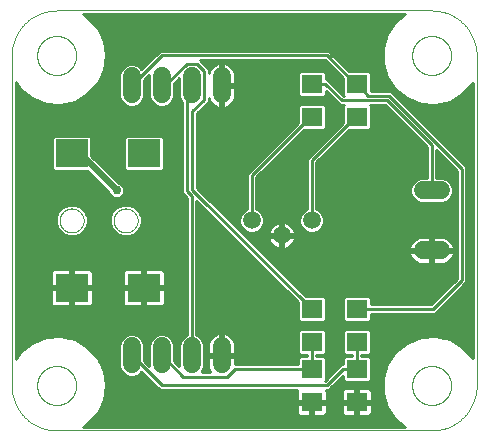
<source format=gtl>
G75*
%MOIN*%
%OFA0B0*%
%FSLAX25Y25*%
%IPPOS*%
%LPD*%
%AMOC8*
5,1,8,0,0,1.08239X$1,22.5*
%
%ADD10C,0.00000*%
%ADD11C,0.06000*%
%ADD12R,0.11024X0.09449*%
%ADD13C,0.05906*%
%ADD14R,0.07087X0.06299*%
%ADD15C,0.01000*%
%ADD16C,0.02400*%
%ADD17C,0.02978*%
D10*
X0042595Y0053933D02*
X0042595Y0163933D01*
X0051099Y0163933D02*
X0051101Y0164094D01*
X0051107Y0164254D01*
X0051117Y0164415D01*
X0051131Y0164575D01*
X0051149Y0164734D01*
X0051170Y0164894D01*
X0051196Y0165052D01*
X0051226Y0165210D01*
X0051259Y0165367D01*
X0051297Y0165524D01*
X0051338Y0165679D01*
X0051383Y0165833D01*
X0051432Y0165986D01*
X0051485Y0166138D01*
X0051541Y0166288D01*
X0051601Y0166437D01*
X0051665Y0166585D01*
X0051732Y0166731D01*
X0051803Y0166875D01*
X0051878Y0167017D01*
X0051956Y0167158D01*
X0052037Y0167296D01*
X0052122Y0167433D01*
X0052211Y0167567D01*
X0052302Y0167699D01*
X0052397Y0167829D01*
X0052495Y0167956D01*
X0052596Y0168081D01*
X0052700Y0168204D01*
X0052807Y0168323D01*
X0052917Y0168440D01*
X0053030Y0168555D01*
X0053146Y0168666D01*
X0053264Y0168775D01*
X0053385Y0168880D01*
X0053509Y0168983D01*
X0053635Y0169083D01*
X0053764Y0169179D01*
X0053895Y0169272D01*
X0054028Y0169362D01*
X0054163Y0169449D01*
X0054301Y0169532D01*
X0054440Y0169611D01*
X0054582Y0169688D01*
X0054725Y0169761D01*
X0054870Y0169830D01*
X0055017Y0169895D01*
X0055165Y0169957D01*
X0055315Y0170016D01*
X0055466Y0170070D01*
X0055618Y0170121D01*
X0055772Y0170168D01*
X0055927Y0170211D01*
X0056082Y0170250D01*
X0056239Y0170286D01*
X0056397Y0170318D01*
X0056555Y0170345D01*
X0056714Y0170369D01*
X0056873Y0170389D01*
X0057033Y0170405D01*
X0057194Y0170417D01*
X0057354Y0170425D01*
X0057515Y0170429D01*
X0057675Y0170429D01*
X0057836Y0170425D01*
X0057996Y0170417D01*
X0058157Y0170405D01*
X0058317Y0170389D01*
X0058476Y0170369D01*
X0058635Y0170345D01*
X0058793Y0170318D01*
X0058951Y0170286D01*
X0059108Y0170250D01*
X0059263Y0170211D01*
X0059418Y0170168D01*
X0059572Y0170121D01*
X0059724Y0170070D01*
X0059875Y0170016D01*
X0060025Y0169957D01*
X0060173Y0169895D01*
X0060320Y0169830D01*
X0060465Y0169761D01*
X0060608Y0169688D01*
X0060750Y0169611D01*
X0060889Y0169532D01*
X0061027Y0169449D01*
X0061162Y0169362D01*
X0061295Y0169272D01*
X0061426Y0169179D01*
X0061555Y0169083D01*
X0061681Y0168983D01*
X0061805Y0168880D01*
X0061926Y0168775D01*
X0062044Y0168666D01*
X0062160Y0168555D01*
X0062273Y0168440D01*
X0062383Y0168323D01*
X0062490Y0168204D01*
X0062594Y0168081D01*
X0062695Y0167956D01*
X0062793Y0167829D01*
X0062888Y0167699D01*
X0062979Y0167567D01*
X0063068Y0167433D01*
X0063153Y0167296D01*
X0063234Y0167158D01*
X0063312Y0167017D01*
X0063387Y0166875D01*
X0063458Y0166731D01*
X0063525Y0166585D01*
X0063589Y0166437D01*
X0063649Y0166288D01*
X0063705Y0166138D01*
X0063758Y0165986D01*
X0063807Y0165833D01*
X0063852Y0165679D01*
X0063893Y0165524D01*
X0063931Y0165367D01*
X0063964Y0165210D01*
X0063994Y0165052D01*
X0064020Y0164894D01*
X0064041Y0164734D01*
X0064059Y0164575D01*
X0064073Y0164415D01*
X0064083Y0164254D01*
X0064089Y0164094D01*
X0064091Y0163933D01*
X0064089Y0163772D01*
X0064083Y0163612D01*
X0064073Y0163451D01*
X0064059Y0163291D01*
X0064041Y0163132D01*
X0064020Y0162972D01*
X0063994Y0162814D01*
X0063964Y0162656D01*
X0063931Y0162499D01*
X0063893Y0162342D01*
X0063852Y0162187D01*
X0063807Y0162033D01*
X0063758Y0161880D01*
X0063705Y0161728D01*
X0063649Y0161578D01*
X0063589Y0161429D01*
X0063525Y0161281D01*
X0063458Y0161135D01*
X0063387Y0160991D01*
X0063312Y0160849D01*
X0063234Y0160708D01*
X0063153Y0160570D01*
X0063068Y0160433D01*
X0062979Y0160299D01*
X0062888Y0160167D01*
X0062793Y0160037D01*
X0062695Y0159910D01*
X0062594Y0159785D01*
X0062490Y0159662D01*
X0062383Y0159543D01*
X0062273Y0159426D01*
X0062160Y0159311D01*
X0062044Y0159200D01*
X0061926Y0159091D01*
X0061805Y0158986D01*
X0061681Y0158883D01*
X0061555Y0158783D01*
X0061426Y0158687D01*
X0061295Y0158594D01*
X0061162Y0158504D01*
X0061027Y0158417D01*
X0060889Y0158334D01*
X0060750Y0158255D01*
X0060608Y0158178D01*
X0060465Y0158105D01*
X0060320Y0158036D01*
X0060173Y0157971D01*
X0060025Y0157909D01*
X0059875Y0157850D01*
X0059724Y0157796D01*
X0059572Y0157745D01*
X0059418Y0157698D01*
X0059263Y0157655D01*
X0059108Y0157616D01*
X0058951Y0157580D01*
X0058793Y0157548D01*
X0058635Y0157521D01*
X0058476Y0157497D01*
X0058317Y0157477D01*
X0058157Y0157461D01*
X0057996Y0157449D01*
X0057836Y0157441D01*
X0057675Y0157437D01*
X0057515Y0157437D01*
X0057354Y0157441D01*
X0057194Y0157449D01*
X0057033Y0157461D01*
X0056873Y0157477D01*
X0056714Y0157497D01*
X0056555Y0157521D01*
X0056397Y0157548D01*
X0056239Y0157580D01*
X0056082Y0157616D01*
X0055927Y0157655D01*
X0055772Y0157698D01*
X0055618Y0157745D01*
X0055466Y0157796D01*
X0055315Y0157850D01*
X0055165Y0157909D01*
X0055017Y0157971D01*
X0054870Y0158036D01*
X0054725Y0158105D01*
X0054582Y0158178D01*
X0054440Y0158255D01*
X0054301Y0158334D01*
X0054163Y0158417D01*
X0054028Y0158504D01*
X0053895Y0158594D01*
X0053764Y0158687D01*
X0053635Y0158783D01*
X0053509Y0158883D01*
X0053385Y0158986D01*
X0053264Y0159091D01*
X0053146Y0159200D01*
X0053030Y0159311D01*
X0052917Y0159426D01*
X0052807Y0159543D01*
X0052700Y0159662D01*
X0052596Y0159785D01*
X0052495Y0159910D01*
X0052397Y0160037D01*
X0052302Y0160167D01*
X0052211Y0160299D01*
X0052122Y0160433D01*
X0052037Y0160570D01*
X0051956Y0160708D01*
X0051878Y0160849D01*
X0051803Y0160991D01*
X0051732Y0161135D01*
X0051665Y0161281D01*
X0051601Y0161429D01*
X0051541Y0161578D01*
X0051485Y0161728D01*
X0051432Y0161880D01*
X0051383Y0162033D01*
X0051338Y0162187D01*
X0051297Y0162342D01*
X0051259Y0162499D01*
X0051226Y0162656D01*
X0051196Y0162814D01*
X0051170Y0162972D01*
X0051149Y0163132D01*
X0051131Y0163291D01*
X0051117Y0163451D01*
X0051107Y0163612D01*
X0051101Y0163772D01*
X0051099Y0163933D01*
X0042595Y0163933D02*
X0042599Y0164295D01*
X0042613Y0164658D01*
X0042634Y0165020D01*
X0042665Y0165381D01*
X0042704Y0165741D01*
X0042752Y0166100D01*
X0042809Y0166458D01*
X0042874Y0166815D01*
X0042948Y0167170D01*
X0043031Y0167523D01*
X0043122Y0167874D01*
X0043221Y0168222D01*
X0043329Y0168568D01*
X0043445Y0168912D01*
X0043570Y0169252D01*
X0043702Y0169589D01*
X0043843Y0169923D01*
X0043992Y0170254D01*
X0044149Y0170581D01*
X0044313Y0170904D01*
X0044485Y0171223D01*
X0044665Y0171537D01*
X0044853Y0171848D01*
X0045048Y0172153D01*
X0045250Y0172454D01*
X0045460Y0172750D01*
X0045676Y0173040D01*
X0045900Y0173326D01*
X0046130Y0173606D01*
X0046367Y0173880D01*
X0046611Y0174148D01*
X0046861Y0174411D01*
X0047117Y0174667D01*
X0047380Y0174917D01*
X0047648Y0175161D01*
X0047922Y0175398D01*
X0048202Y0175628D01*
X0048488Y0175852D01*
X0048778Y0176068D01*
X0049074Y0176278D01*
X0049375Y0176480D01*
X0049680Y0176675D01*
X0049991Y0176863D01*
X0050305Y0177043D01*
X0050624Y0177215D01*
X0050947Y0177379D01*
X0051274Y0177536D01*
X0051605Y0177685D01*
X0051939Y0177826D01*
X0052276Y0177958D01*
X0052616Y0178083D01*
X0052960Y0178199D01*
X0053306Y0178307D01*
X0053654Y0178406D01*
X0054005Y0178497D01*
X0054358Y0178580D01*
X0054713Y0178654D01*
X0055070Y0178719D01*
X0055428Y0178776D01*
X0055787Y0178824D01*
X0056147Y0178863D01*
X0056508Y0178894D01*
X0056870Y0178915D01*
X0057233Y0178929D01*
X0057595Y0178933D01*
X0182595Y0178933D01*
X0176099Y0163933D02*
X0176101Y0164094D01*
X0176107Y0164254D01*
X0176117Y0164415D01*
X0176131Y0164575D01*
X0176149Y0164734D01*
X0176170Y0164894D01*
X0176196Y0165052D01*
X0176226Y0165210D01*
X0176259Y0165367D01*
X0176297Y0165524D01*
X0176338Y0165679D01*
X0176383Y0165833D01*
X0176432Y0165986D01*
X0176485Y0166138D01*
X0176541Y0166288D01*
X0176601Y0166437D01*
X0176665Y0166585D01*
X0176732Y0166731D01*
X0176803Y0166875D01*
X0176878Y0167017D01*
X0176956Y0167158D01*
X0177037Y0167296D01*
X0177122Y0167433D01*
X0177211Y0167567D01*
X0177302Y0167699D01*
X0177397Y0167829D01*
X0177495Y0167956D01*
X0177596Y0168081D01*
X0177700Y0168204D01*
X0177807Y0168323D01*
X0177917Y0168440D01*
X0178030Y0168555D01*
X0178146Y0168666D01*
X0178264Y0168775D01*
X0178385Y0168880D01*
X0178509Y0168983D01*
X0178635Y0169083D01*
X0178764Y0169179D01*
X0178895Y0169272D01*
X0179028Y0169362D01*
X0179163Y0169449D01*
X0179301Y0169532D01*
X0179440Y0169611D01*
X0179582Y0169688D01*
X0179725Y0169761D01*
X0179870Y0169830D01*
X0180017Y0169895D01*
X0180165Y0169957D01*
X0180315Y0170016D01*
X0180466Y0170070D01*
X0180618Y0170121D01*
X0180772Y0170168D01*
X0180927Y0170211D01*
X0181082Y0170250D01*
X0181239Y0170286D01*
X0181397Y0170318D01*
X0181555Y0170345D01*
X0181714Y0170369D01*
X0181873Y0170389D01*
X0182033Y0170405D01*
X0182194Y0170417D01*
X0182354Y0170425D01*
X0182515Y0170429D01*
X0182675Y0170429D01*
X0182836Y0170425D01*
X0182996Y0170417D01*
X0183157Y0170405D01*
X0183317Y0170389D01*
X0183476Y0170369D01*
X0183635Y0170345D01*
X0183793Y0170318D01*
X0183951Y0170286D01*
X0184108Y0170250D01*
X0184263Y0170211D01*
X0184418Y0170168D01*
X0184572Y0170121D01*
X0184724Y0170070D01*
X0184875Y0170016D01*
X0185025Y0169957D01*
X0185173Y0169895D01*
X0185320Y0169830D01*
X0185465Y0169761D01*
X0185608Y0169688D01*
X0185750Y0169611D01*
X0185889Y0169532D01*
X0186027Y0169449D01*
X0186162Y0169362D01*
X0186295Y0169272D01*
X0186426Y0169179D01*
X0186555Y0169083D01*
X0186681Y0168983D01*
X0186805Y0168880D01*
X0186926Y0168775D01*
X0187044Y0168666D01*
X0187160Y0168555D01*
X0187273Y0168440D01*
X0187383Y0168323D01*
X0187490Y0168204D01*
X0187594Y0168081D01*
X0187695Y0167956D01*
X0187793Y0167829D01*
X0187888Y0167699D01*
X0187979Y0167567D01*
X0188068Y0167433D01*
X0188153Y0167296D01*
X0188234Y0167158D01*
X0188312Y0167017D01*
X0188387Y0166875D01*
X0188458Y0166731D01*
X0188525Y0166585D01*
X0188589Y0166437D01*
X0188649Y0166288D01*
X0188705Y0166138D01*
X0188758Y0165986D01*
X0188807Y0165833D01*
X0188852Y0165679D01*
X0188893Y0165524D01*
X0188931Y0165367D01*
X0188964Y0165210D01*
X0188994Y0165052D01*
X0189020Y0164894D01*
X0189041Y0164734D01*
X0189059Y0164575D01*
X0189073Y0164415D01*
X0189083Y0164254D01*
X0189089Y0164094D01*
X0189091Y0163933D01*
X0189089Y0163772D01*
X0189083Y0163612D01*
X0189073Y0163451D01*
X0189059Y0163291D01*
X0189041Y0163132D01*
X0189020Y0162972D01*
X0188994Y0162814D01*
X0188964Y0162656D01*
X0188931Y0162499D01*
X0188893Y0162342D01*
X0188852Y0162187D01*
X0188807Y0162033D01*
X0188758Y0161880D01*
X0188705Y0161728D01*
X0188649Y0161578D01*
X0188589Y0161429D01*
X0188525Y0161281D01*
X0188458Y0161135D01*
X0188387Y0160991D01*
X0188312Y0160849D01*
X0188234Y0160708D01*
X0188153Y0160570D01*
X0188068Y0160433D01*
X0187979Y0160299D01*
X0187888Y0160167D01*
X0187793Y0160037D01*
X0187695Y0159910D01*
X0187594Y0159785D01*
X0187490Y0159662D01*
X0187383Y0159543D01*
X0187273Y0159426D01*
X0187160Y0159311D01*
X0187044Y0159200D01*
X0186926Y0159091D01*
X0186805Y0158986D01*
X0186681Y0158883D01*
X0186555Y0158783D01*
X0186426Y0158687D01*
X0186295Y0158594D01*
X0186162Y0158504D01*
X0186027Y0158417D01*
X0185889Y0158334D01*
X0185750Y0158255D01*
X0185608Y0158178D01*
X0185465Y0158105D01*
X0185320Y0158036D01*
X0185173Y0157971D01*
X0185025Y0157909D01*
X0184875Y0157850D01*
X0184724Y0157796D01*
X0184572Y0157745D01*
X0184418Y0157698D01*
X0184263Y0157655D01*
X0184108Y0157616D01*
X0183951Y0157580D01*
X0183793Y0157548D01*
X0183635Y0157521D01*
X0183476Y0157497D01*
X0183317Y0157477D01*
X0183157Y0157461D01*
X0182996Y0157449D01*
X0182836Y0157441D01*
X0182675Y0157437D01*
X0182515Y0157437D01*
X0182354Y0157441D01*
X0182194Y0157449D01*
X0182033Y0157461D01*
X0181873Y0157477D01*
X0181714Y0157497D01*
X0181555Y0157521D01*
X0181397Y0157548D01*
X0181239Y0157580D01*
X0181082Y0157616D01*
X0180927Y0157655D01*
X0180772Y0157698D01*
X0180618Y0157745D01*
X0180466Y0157796D01*
X0180315Y0157850D01*
X0180165Y0157909D01*
X0180017Y0157971D01*
X0179870Y0158036D01*
X0179725Y0158105D01*
X0179582Y0158178D01*
X0179440Y0158255D01*
X0179301Y0158334D01*
X0179163Y0158417D01*
X0179028Y0158504D01*
X0178895Y0158594D01*
X0178764Y0158687D01*
X0178635Y0158783D01*
X0178509Y0158883D01*
X0178385Y0158986D01*
X0178264Y0159091D01*
X0178146Y0159200D01*
X0178030Y0159311D01*
X0177917Y0159426D01*
X0177807Y0159543D01*
X0177700Y0159662D01*
X0177596Y0159785D01*
X0177495Y0159910D01*
X0177397Y0160037D01*
X0177302Y0160167D01*
X0177211Y0160299D01*
X0177122Y0160433D01*
X0177037Y0160570D01*
X0176956Y0160708D01*
X0176878Y0160849D01*
X0176803Y0160991D01*
X0176732Y0161135D01*
X0176665Y0161281D01*
X0176601Y0161429D01*
X0176541Y0161578D01*
X0176485Y0161728D01*
X0176432Y0161880D01*
X0176383Y0162033D01*
X0176338Y0162187D01*
X0176297Y0162342D01*
X0176259Y0162499D01*
X0176226Y0162656D01*
X0176196Y0162814D01*
X0176170Y0162972D01*
X0176149Y0163132D01*
X0176131Y0163291D01*
X0176117Y0163451D01*
X0176107Y0163612D01*
X0176101Y0163772D01*
X0176099Y0163933D01*
X0182595Y0178933D02*
X0182957Y0178929D01*
X0183320Y0178915D01*
X0183682Y0178894D01*
X0184043Y0178863D01*
X0184403Y0178824D01*
X0184762Y0178776D01*
X0185120Y0178719D01*
X0185477Y0178654D01*
X0185832Y0178580D01*
X0186185Y0178497D01*
X0186536Y0178406D01*
X0186884Y0178307D01*
X0187230Y0178199D01*
X0187574Y0178083D01*
X0187914Y0177958D01*
X0188251Y0177826D01*
X0188585Y0177685D01*
X0188916Y0177536D01*
X0189243Y0177379D01*
X0189566Y0177215D01*
X0189885Y0177043D01*
X0190199Y0176863D01*
X0190510Y0176675D01*
X0190815Y0176480D01*
X0191116Y0176278D01*
X0191412Y0176068D01*
X0191702Y0175852D01*
X0191988Y0175628D01*
X0192268Y0175398D01*
X0192542Y0175161D01*
X0192810Y0174917D01*
X0193073Y0174667D01*
X0193329Y0174411D01*
X0193579Y0174148D01*
X0193823Y0173880D01*
X0194060Y0173606D01*
X0194290Y0173326D01*
X0194514Y0173040D01*
X0194730Y0172750D01*
X0194940Y0172454D01*
X0195142Y0172153D01*
X0195337Y0171848D01*
X0195525Y0171537D01*
X0195705Y0171223D01*
X0195877Y0170904D01*
X0196041Y0170581D01*
X0196198Y0170254D01*
X0196347Y0169923D01*
X0196488Y0169589D01*
X0196620Y0169252D01*
X0196745Y0168912D01*
X0196861Y0168568D01*
X0196969Y0168222D01*
X0197068Y0167874D01*
X0197159Y0167523D01*
X0197242Y0167170D01*
X0197316Y0166815D01*
X0197381Y0166458D01*
X0197438Y0166100D01*
X0197486Y0165741D01*
X0197525Y0165381D01*
X0197556Y0165020D01*
X0197577Y0164658D01*
X0197591Y0164295D01*
X0197595Y0163933D01*
X0197595Y0053933D01*
X0176099Y0053933D02*
X0176101Y0054094D01*
X0176107Y0054254D01*
X0176117Y0054415D01*
X0176131Y0054575D01*
X0176149Y0054734D01*
X0176170Y0054894D01*
X0176196Y0055052D01*
X0176226Y0055210D01*
X0176259Y0055367D01*
X0176297Y0055524D01*
X0176338Y0055679D01*
X0176383Y0055833D01*
X0176432Y0055986D01*
X0176485Y0056138D01*
X0176541Y0056288D01*
X0176601Y0056437D01*
X0176665Y0056585D01*
X0176732Y0056731D01*
X0176803Y0056875D01*
X0176878Y0057017D01*
X0176956Y0057158D01*
X0177037Y0057296D01*
X0177122Y0057433D01*
X0177211Y0057567D01*
X0177302Y0057699D01*
X0177397Y0057829D01*
X0177495Y0057956D01*
X0177596Y0058081D01*
X0177700Y0058204D01*
X0177807Y0058323D01*
X0177917Y0058440D01*
X0178030Y0058555D01*
X0178146Y0058666D01*
X0178264Y0058775D01*
X0178385Y0058880D01*
X0178509Y0058983D01*
X0178635Y0059083D01*
X0178764Y0059179D01*
X0178895Y0059272D01*
X0179028Y0059362D01*
X0179163Y0059449D01*
X0179301Y0059532D01*
X0179440Y0059611D01*
X0179582Y0059688D01*
X0179725Y0059761D01*
X0179870Y0059830D01*
X0180017Y0059895D01*
X0180165Y0059957D01*
X0180315Y0060016D01*
X0180466Y0060070D01*
X0180618Y0060121D01*
X0180772Y0060168D01*
X0180927Y0060211D01*
X0181082Y0060250D01*
X0181239Y0060286D01*
X0181397Y0060318D01*
X0181555Y0060345D01*
X0181714Y0060369D01*
X0181873Y0060389D01*
X0182033Y0060405D01*
X0182194Y0060417D01*
X0182354Y0060425D01*
X0182515Y0060429D01*
X0182675Y0060429D01*
X0182836Y0060425D01*
X0182996Y0060417D01*
X0183157Y0060405D01*
X0183317Y0060389D01*
X0183476Y0060369D01*
X0183635Y0060345D01*
X0183793Y0060318D01*
X0183951Y0060286D01*
X0184108Y0060250D01*
X0184263Y0060211D01*
X0184418Y0060168D01*
X0184572Y0060121D01*
X0184724Y0060070D01*
X0184875Y0060016D01*
X0185025Y0059957D01*
X0185173Y0059895D01*
X0185320Y0059830D01*
X0185465Y0059761D01*
X0185608Y0059688D01*
X0185750Y0059611D01*
X0185889Y0059532D01*
X0186027Y0059449D01*
X0186162Y0059362D01*
X0186295Y0059272D01*
X0186426Y0059179D01*
X0186555Y0059083D01*
X0186681Y0058983D01*
X0186805Y0058880D01*
X0186926Y0058775D01*
X0187044Y0058666D01*
X0187160Y0058555D01*
X0187273Y0058440D01*
X0187383Y0058323D01*
X0187490Y0058204D01*
X0187594Y0058081D01*
X0187695Y0057956D01*
X0187793Y0057829D01*
X0187888Y0057699D01*
X0187979Y0057567D01*
X0188068Y0057433D01*
X0188153Y0057296D01*
X0188234Y0057158D01*
X0188312Y0057017D01*
X0188387Y0056875D01*
X0188458Y0056731D01*
X0188525Y0056585D01*
X0188589Y0056437D01*
X0188649Y0056288D01*
X0188705Y0056138D01*
X0188758Y0055986D01*
X0188807Y0055833D01*
X0188852Y0055679D01*
X0188893Y0055524D01*
X0188931Y0055367D01*
X0188964Y0055210D01*
X0188994Y0055052D01*
X0189020Y0054894D01*
X0189041Y0054734D01*
X0189059Y0054575D01*
X0189073Y0054415D01*
X0189083Y0054254D01*
X0189089Y0054094D01*
X0189091Y0053933D01*
X0189089Y0053772D01*
X0189083Y0053612D01*
X0189073Y0053451D01*
X0189059Y0053291D01*
X0189041Y0053132D01*
X0189020Y0052972D01*
X0188994Y0052814D01*
X0188964Y0052656D01*
X0188931Y0052499D01*
X0188893Y0052342D01*
X0188852Y0052187D01*
X0188807Y0052033D01*
X0188758Y0051880D01*
X0188705Y0051728D01*
X0188649Y0051578D01*
X0188589Y0051429D01*
X0188525Y0051281D01*
X0188458Y0051135D01*
X0188387Y0050991D01*
X0188312Y0050849D01*
X0188234Y0050708D01*
X0188153Y0050570D01*
X0188068Y0050433D01*
X0187979Y0050299D01*
X0187888Y0050167D01*
X0187793Y0050037D01*
X0187695Y0049910D01*
X0187594Y0049785D01*
X0187490Y0049662D01*
X0187383Y0049543D01*
X0187273Y0049426D01*
X0187160Y0049311D01*
X0187044Y0049200D01*
X0186926Y0049091D01*
X0186805Y0048986D01*
X0186681Y0048883D01*
X0186555Y0048783D01*
X0186426Y0048687D01*
X0186295Y0048594D01*
X0186162Y0048504D01*
X0186027Y0048417D01*
X0185889Y0048334D01*
X0185750Y0048255D01*
X0185608Y0048178D01*
X0185465Y0048105D01*
X0185320Y0048036D01*
X0185173Y0047971D01*
X0185025Y0047909D01*
X0184875Y0047850D01*
X0184724Y0047796D01*
X0184572Y0047745D01*
X0184418Y0047698D01*
X0184263Y0047655D01*
X0184108Y0047616D01*
X0183951Y0047580D01*
X0183793Y0047548D01*
X0183635Y0047521D01*
X0183476Y0047497D01*
X0183317Y0047477D01*
X0183157Y0047461D01*
X0182996Y0047449D01*
X0182836Y0047441D01*
X0182675Y0047437D01*
X0182515Y0047437D01*
X0182354Y0047441D01*
X0182194Y0047449D01*
X0182033Y0047461D01*
X0181873Y0047477D01*
X0181714Y0047497D01*
X0181555Y0047521D01*
X0181397Y0047548D01*
X0181239Y0047580D01*
X0181082Y0047616D01*
X0180927Y0047655D01*
X0180772Y0047698D01*
X0180618Y0047745D01*
X0180466Y0047796D01*
X0180315Y0047850D01*
X0180165Y0047909D01*
X0180017Y0047971D01*
X0179870Y0048036D01*
X0179725Y0048105D01*
X0179582Y0048178D01*
X0179440Y0048255D01*
X0179301Y0048334D01*
X0179163Y0048417D01*
X0179028Y0048504D01*
X0178895Y0048594D01*
X0178764Y0048687D01*
X0178635Y0048783D01*
X0178509Y0048883D01*
X0178385Y0048986D01*
X0178264Y0049091D01*
X0178146Y0049200D01*
X0178030Y0049311D01*
X0177917Y0049426D01*
X0177807Y0049543D01*
X0177700Y0049662D01*
X0177596Y0049785D01*
X0177495Y0049910D01*
X0177397Y0050037D01*
X0177302Y0050167D01*
X0177211Y0050299D01*
X0177122Y0050433D01*
X0177037Y0050570D01*
X0176956Y0050708D01*
X0176878Y0050849D01*
X0176803Y0050991D01*
X0176732Y0051135D01*
X0176665Y0051281D01*
X0176601Y0051429D01*
X0176541Y0051578D01*
X0176485Y0051728D01*
X0176432Y0051880D01*
X0176383Y0052033D01*
X0176338Y0052187D01*
X0176297Y0052342D01*
X0176259Y0052499D01*
X0176226Y0052656D01*
X0176196Y0052814D01*
X0176170Y0052972D01*
X0176149Y0053132D01*
X0176131Y0053291D01*
X0176117Y0053451D01*
X0176107Y0053612D01*
X0176101Y0053772D01*
X0176099Y0053933D01*
X0182595Y0038933D02*
X0182957Y0038937D01*
X0183320Y0038951D01*
X0183682Y0038972D01*
X0184043Y0039003D01*
X0184403Y0039042D01*
X0184762Y0039090D01*
X0185120Y0039147D01*
X0185477Y0039212D01*
X0185832Y0039286D01*
X0186185Y0039369D01*
X0186536Y0039460D01*
X0186884Y0039559D01*
X0187230Y0039667D01*
X0187574Y0039783D01*
X0187914Y0039908D01*
X0188251Y0040040D01*
X0188585Y0040181D01*
X0188916Y0040330D01*
X0189243Y0040487D01*
X0189566Y0040651D01*
X0189885Y0040823D01*
X0190199Y0041003D01*
X0190510Y0041191D01*
X0190815Y0041386D01*
X0191116Y0041588D01*
X0191412Y0041798D01*
X0191702Y0042014D01*
X0191988Y0042238D01*
X0192268Y0042468D01*
X0192542Y0042705D01*
X0192810Y0042949D01*
X0193073Y0043199D01*
X0193329Y0043455D01*
X0193579Y0043718D01*
X0193823Y0043986D01*
X0194060Y0044260D01*
X0194290Y0044540D01*
X0194514Y0044826D01*
X0194730Y0045116D01*
X0194940Y0045412D01*
X0195142Y0045713D01*
X0195337Y0046018D01*
X0195525Y0046329D01*
X0195705Y0046643D01*
X0195877Y0046962D01*
X0196041Y0047285D01*
X0196198Y0047612D01*
X0196347Y0047943D01*
X0196488Y0048277D01*
X0196620Y0048614D01*
X0196745Y0048954D01*
X0196861Y0049298D01*
X0196969Y0049644D01*
X0197068Y0049992D01*
X0197159Y0050343D01*
X0197242Y0050696D01*
X0197316Y0051051D01*
X0197381Y0051408D01*
X0197438Y0051766D01*
X0197486Y0052125D01*
X0197525Y0052485D01*
X0197556Y0052846D01*
X0197577Y0053208D01*
X0197591Y0053571D01*
X0197595Y0053933D01*
X0182595Y0038933D02*
X0057595Y0038933D01*
X0051099Y0053933D02*
X0051101Y0054094D01*
X0051107Y0054254D01*
X0051117Y0054415D01*
X0051131Y0054575D01*
X0051149Y0054734D01*
X0051170Y0054894D01*
X0051196Y0055052D01*
X0051226Y0055210D01*
X0051259Y0055367D01*
X0051297Y0055524D01*
X0051338Y0055679D01*
X0051383Y0055833D01*
X0051432Y0055986D01*
X0051485Y0056138D01*
X0051541Y0056288D01*
X0051601Y0056437D01*
X0051665Y0056585D01*
X0051732Y0056731D01*
X0051803Y0056875D01*
X0051878Y0057017D01*
X0051956Y0057158D01*
X0052037Y0057296D01*
X0052122Y0057433D01*
X0052211Y0057567D01*
X0052302Y0057699D01*
X0052397Y0057829D01*
X0052495Y0057956D01*
X0052596Y0058081D01*
X0052700Y0058204D01*
X0052807Y0058323D01*
X0052917Y0058440D01*
X0053030Y0058555D01*
X0053146Y0058666D01*
X0053264Y0058775D01*
X0053385Y0058880D01*
X0053509Y0058983D01*
X0053635Y0059083D01*
X0053764Y0059179D01*
X0053895Y0059272D01*
X0054028Y0059362D01*
X0054163Y0059449D01*
X0054301Y0059532D01*
X0054440Y0059611D01*
X0054582Y0059688D01*
X0054725Y0059761D01*
X0054870Y0059830D01*
X0055017Y0059895D01*
X0055165Y0059957D01*
X0055315Y0060016D01*
X0055466Y0060070D01*
X0055618Y0060121D01*
X0055772Y0060168D01*
X0055927Y0060211D01*
X0056082Y0060250D01*
X0056239Y0060286D01*
X0056397Y0060318D01*
X0056555Y0060345D01*
X0056714Y0060369D01*
X0056873Y0060389D01*
X0057033Y0060405D01*
X0057194Y0060417D01*
X0057354Y0060425D01*
X0057515Y0060429D01*
X0057675Y0060429D01*
X0057836Y0060425D01*
X0057996Y0060417D01*
X0058157Y0060405D01*
X0058317Y0060389D01*
X0058476Y0060369D01*
X0058635Y0060345D01*
X0058793Y0060318D01*
X0058951Y0060286D01*
X0059108Y0060250D01*
X0059263Y0060211D01*
X0059418Y0060168D01*
X0059572Y0060121D01*
X0059724Y0060070D01*
X0059875Y0060016D01*
X0060025Y0059957D01*
X0060173Y0059895D01*
X0060320Y0059830D01*
X0060465Y0059761D01*
X0060608Y0059688D01*
X0060750Y0059611D01*
X0060889Y0059532D01*
X0061027Y0059449D01*
X0061162Y0059362D01*
X0061295Y0059272D01*
X0061426Y0059179D01*
X0061555Y0059083D01*
X0061681Y0058983D01*
X0061805Y0058880D01*
X0061926Y0058775D01*
X0062044Y0058666D01*
X0062160Y0058555D01*
X0062273Y0058440D01*
X0062383Y0058323D01*
X0062490Y0058204D01*
X0062594Y0058081D01*
X0062695Y0057956D01*
X0062793Y0057829D01*
X0062888Y0057699D01*
X0062979Y0057567D01*
X0063068Y0057433D01*
X0063153Y0057296D01*
X0063234Y0057158D01*
X0063312Y0057017D01*
X0063387Y0056875D01*
X0063458Y0056731D01*
X0063525Y0056585D01*
X0063589Y0056437D01*
X0063649Y0056288D01*
X0063705Y0056138D01*
X0063758Y0055986D01*
X0063807Y0055833D01*
X0063852Y0055679D01*
X0063893Y0055524D01*
X0063931Y0055367D01*
X0063964Y0055210D01*
X0063994Y0055052D01*
X0064020Y0054894D01*
X0064041Y0054734D01*
X0064059Y0054575D01*
X0064073Y0054415D01*
X0064083Y0054254D01*
X0064089Y0054094D01*
X0064091Y0053933D01*
X0064089Y0053772D01*
X0064083Y0053612D01*
X0064073Y0053451D01*
X0064059Y0053291D01*
X0064041Y0053132D01*
X0064020Y0052972D01*
X0063994Y0052814D01*
X0063964Y0052656D01*
X0063931Y0052499D01*
X0063893Y0052342D01*
X0063852Y0052187D01*
X0063807Y0052033D01*
X0063758Y0051880D01*
X0063705Y0051728D01*
X0063649Y0051578D01*
X0063589Y0051429D01*
X0063525Y0051281D01*
X0063458Y0051135D01*
X0063387Y0050991D01*
X0063312Y0050849D01*
X0063234Y0050708D01*
X0063153Y0050570D01*
X0063068Y0050433D01*
X0062979Y0050299D01*
X0062888Y0050167D01*
X0062793Y0050037D01*
X0062695Y0049910D01*
X0062594Y0049785D01*
X0062490Y0049662D01*
X0062383Y0049543D01*
X0062273Y0049426D01*
X0062160Y0049311D01*
X0062044Y0049200D01*
X0061926Y0049091D01*
X0061805Y0048986D01*
X0061681Y0048883D01*
X0061555Y0048783D01*
X0061426Y0048687D01*
X0061295Y0048594D01*
X0061162Y0048504D01*
X0061027Y0048417D01*
X0060889Y0048334D01*
X0060750Y0048255D01*
X0060608Y0048178D01*
X0060465Y0048105D01*
X0060320Y0048036D01*
X0060173Y0047971D01*
X0060025Y0047909D01*
X0059875Y0047850D01*
X0059724Y0047796D01*
X0059572Y0047745D01*
X0059418Y0047698D01*
X0059263Y0047655D01*
X0059108Y0047616D01*
X0058951Y0047580D01*
X0058793Y0047548D01*
X0058635Y0047521D01*
X0058476Y0047497D01*
X0058317Y0047477D01*
X0058157Y0047461D01*
X0057996Y0047449D01*
X0057836Y0047441D01*
X0057675Y0047437D01*
X0057515Y0047437D01*
X0057354Y0047441D01*
X0057194Y0047449D01*
X0057033Y0047461D01*
X0056873Y0047477D01*
X0056714Y0047497D01*
X0056555Y0047521D01*
X0056397Y0047548D01*
X0056239Y0047580D01*
X0056082Y0047616D01*
X0055927Y0047655D01*
X0055772Y0047698D01*
X0055618Y0047745D01*
X0055466Y0047796D01*
X0055315Y0047850D01*
X0055165Y0047909D01*
X0055017Y0047971D01*
X0054870Y0048036D01*
X0054725Y0048105D01*
X0054582Y0048178D01*
X0054440Y0048255D01*
X0054301Y0048334D01*
X0054163Y0048417D01*
X0054028Y0048504D01*
X0053895Y0048594D01*
X0053764Y0048687D01*
X0053635Y0048783D01*
X0053509Y0048883D01*
X0053385Y0048986D01*
X0053264Y0049091D01*
X0053146Y0049200D01*
X0053030Y0049311D01*
X0052917Y0049426D01*
X0052807Y0049543D01*
X0052700Y0049662D01*
X0052596Y0049785D01*
X0052495Y0049910D01*
X0052397Y0050037D01*
X0052302Y0050167D01*
X0052211Y0050299D01*
X0052122Y0050433D01*
X0052037Y0050570D01*
X0051956Y0050708D01*
X0051878Y0050849D01*
X0051803Y0050991D01*
X0051732Y0051135D01*
X0051665Y0051281D01*
X0051601Y0051429D01*
X0051541Y0051578D01*
X0051485Y0051728D01*
X0051432Y0051880D01*
X0051383Y0052033D01*
X0051338Y0052187D01*
X0051297Y0052342D01*
X0051259Y0052499D01*
X0051226Y0052656D01*
X0051196Y0052814D01*
X0051170Y0052972D01*
X0051149Y0053132D01*
X0051131Y0053291D01*
X0051117Y0053451D01*
X0051107Y0053612D01*
X0051101Y0053772D01*
X0051099Y0053933D01*
X0042595Y0053933D02*
X0042599Y0053571D01*
X0042613Y0053208D01*
X0042634Y0052846D01*
X0042665Y0052485D01*
X0042704Y0052125D01*
X0042752Y0051766D01*
X0042809Y0051408D01*
X0042874Y0051051D01*
X0042948Y0050696D01*
X0043031Y0050343D01*
X0043122Y0049992D01*
X0043221Y0049644D01*
X0043329Y0049298D01*
X0043445Y0048954D01*
X0043570Y0048614D01*
X0043702Y0048277D01*
X0043843Y0047943D01*
X0043992Y0047612D01*
X0044149Y0047285D01*
X0044313Y0046962D01*
X0044485Y0046643D01*
X0044665Y0046329D01*
X0044853Y0046018D01*
X0045048Y0045713D01*
X0045250Y0045412D01*
X0045460Y0045116D01*
X0045676Y0044826D01*
X0045900Y0044540D01*
X0046130Y0044260D01*
X0046367Y0043986D01*
X0046611Y0043718D01*
X0046861Y0043455D01*
X0047117Y0043199D01*
X0047380Y0042949D01*
X0047648Y0042705D01*
X0047922Y0042468D01*
X0048202Y0042238D01*
X0048488Y0042014D01*
X0048778Y0041798D01*
X0049074Y0041588D01*
X0049375Y0041386D01*
X0049680Y0041191D01*
X0049991Y0041003D01*
X0050305Y0040823D01*
X0050624Y0040651D01*
X0050947Y0040487D01*
X0051274Y0040330D01*
X0051605Y0040181D01*
X0051939Y0040040D01*
X0052276Y0039908D01*
X0052616Y0039783D01*
X0052960Y0039667D01*
X0053306Y0039559D01*
X0053654Y0039460D01*
X0054005Y0039369D01*
X0054358Y0039286D01*
X0054713Y0039212D01*
X0055070Y0039147D01*
X0055428Y0039090D01*
X0055787Y0039042D01*
X0056147Y0039003D01*
X0056508Y0038972D01*
X0056870Y0038951D01*
X0057233Y0038937D01*
X0057595Y0038933D01*
X0058595Y0108933D02*
X0058597Y0109059D01*
X0058603Y0109185D01*
X0058613Y0109311D01*
X0058627Y0109437D01*
X0058645Y0109562D01*
X0058667Y0109686D01*
X0058692Y0109810D01*
X0058722Y0109933D01*
X0058755Y0110054D01*
X0058793Y0110175D01*
X0058834Y0110294D01*
X0058879Y0110413D01*
X0058927Y0110529D01*
X0058979Y0110644D01*
X0059035Y0110757D01*
X0059095Y0110869D01*
X0059158Y0110978D01*
X0059224Y0111086D01*
X0059293Y0111191D01*
X0059366Y0111294D01*
X0059443Y0111395D01*
X0059522Y0111493D01*
X0059604Y0111589D01*
X0059690Y0111682D01*
X0059778Y0111773D01*
X0059869Y0111860D01*
X0059963Y0111945D01*
X0060059Y0112026D01*
X0060158Y0112105D01*
X0060259Y0112180D01*
X0060363Y0112252D01*
X0060469Y0112321D01*
X0060577Y0112387D01*
X0060687Y0112449D01*
X0060799Y0112507D01*
X0060912Y0112562D01*
X0061028Y0112613D01*
X0061145Y0112661D01*
X0061263Y0112705D01*
X0061383Y0112745D01*
X0061504Y0112781D01*
X0061626Y0112814D01*
X0061749Y0112843D01*
X0061873Y0112867D01*
X0061997Y0112888D01*
X0062122Y0112905D01*
X0062248Y0112918D01*
X0062374Y0112927D01*
X0062500Y0112932D01*
X0062627Y0112933D01*
X0062753Y0112930D01*
X0062879Y0112923D01*
X0063005Y0112912D01*
X0063130Y0112897D01*
X0063255Y0112878D01*
X0063379Y0112855D01*
X0063503Y0112829D01*
X0063625Y0112798D01*
X0063747Y0112764D01*
X0063867Y0112725D01*
X0063986Y0112683D01*
X0064104Y0112638D01*
X0064220Y0112588D01*
X0064335Y0112535D01*
X0064447Y0112478D01*
X0064558Y0112418D01*
X0064667Y0112354D01*
X0064774Y0112287D01*
X0064879Y0112217D01*
X0064982Y0112143D01*
X0065082Y0112066D01*
X0065180Y0111986D01*
X0065275Y0111903D01*
X0065367Y0111817D01*
X0065457Y0111728D01*
X0065544Y0111636D01*
X0065627Y0111542D01*
X0065708Y0111445D01*
X0065786Y0111345D01*
X0065861Y0111243D01*
X0065932Y0111139D01*
X0066000Y0111032D01*
X0066064Y0110924D01*
X0066125Y0110813D01*
X0066183Y0110701D01*
X0066237Y0110587D01*
X0066287Y0110471D01*
X0066334Y0110354D01*
X0066377Y0110235D01*
X0066416Y0110115D01*
X0066452Y0109994D01*
X0066483Y0109871D01*
X0066511Y0109748D01*
X0066535Y0109624D01*
X0066555Y0109499D01*
X0066571Y0109374D01*
X0066583Y0109248D01*
X0066591Y0109122D01*
X0066595Y0108996D01*
X0066595Y0108870D01*
X0066591Y0108744D01*
X0066583Y0108618D01*
X0066571Y0108492D01*
X0066555Y0108367D01*
X0066535Y0108242D01*
X0066511Y0108118D01*
X0066483Y0107995D01*
X0066452Y0107872D01*
X0066416Y0107751D01*
X0066377Y0107631D01*
X0066334Y0107512D01*
X0066287Y0107395D01*
X0066237Y0107279D01*
X0066183Y0107165D01*
X0066125Y0107053D01*
X0066064Y0106942D01*
X0066000Y0106834D01*
X0065932Y0106727D01*
X0065861Y0106623D01*
X0065786Y0106521D01*
X0065708Y0106421D01*
X0065627Y0106324D01*
X0065544Y0106230D01*
X0065457Y0106138D01*
X0065367Y0106049D01*
X0065275Y0105963D01*
X0065180Y0105880D01*
X0065082Y0105800D01*
X0064982Y0105723D01*
X0064879Y0105649D01*
X0064774Y0105579D01*
X0064667Y0105512D01*
X0064558Y0105448D01*
X0064447Y0105388D01*
X0064335Y0105331D01*
X0064220Y0105278D01*
X0064104Y0105228D01*
X0063986Y0105183D01*
X0063867Y0105141D01*
X0063747Y0105102D01*
X0063625Y0105068D01*
X0063503Y0105037D01*
X0063379Y0105011D01*
X0063255Y0104988D01*
X0063130Y0104969D01*
X0063005Y0104954D01*
X0062879Y0104943D01*
X0062753Y0104936D01*
X0062627Y0104933D01*
X0062500Y0104934D01*
X0062374Y0104939D01*
X0062248Y0104948D01*
X0062122Y0104961D01*
X0061997Y0104978D01*
X0061873Y0104999D01*
X0061749Y0105023D01*
X0061626Y0105052D01*
X0061504Y0105085D01*
X0061383Y0105121D01*
X0061263Y0105161D01*
X0061145Y0105205D01*
X0061028Y0105253D01*
X0060912Y0105304D01*
X0060799Y0105359D01*
X0060687Y0105417D01*
X0060577Y0105479D01*
X0060469Y0105545D01*
X0060363Y0105614D01*
X0060259Y0105686D01*
X0060158Y0105761D01*
X0060059Y0105840D01*
X0059963Y0105921D01*
X0059869Y0106006D01*
X0059778Y0106093D01*
X0059690Y0106184D01*
X0059604Y0106277D01*
X0059522Y0106373D01*
X0059443Y0106471D01*
X0059366Y0106572D01*
X0059293Y0106675D01*
X0059224Y0106780D01*
X0059158Y0106888D01*
X0059095Y0106997D01*
X0059035Y0107109D01*
X0058979Y0107222D01*
X0058927Y0107337D01*
X0058879Y0107453D01*
X0058834Y0107572D01*
X0058793Y0107691D01*
X0058755Y0107812D01*
X0058722Y0107933D01*
X0058692Y0108056D01*
X0058667Y0108180D01*
X0058645Y0108304D01*
X0058627Y0108429D01*
X0058613Y0108555D01*
X0058603Y0108681D01*
X0058597Y0108807D01*
X0058595Y0108933D01*
X0076595Y0108933D02*
X0076597Y0109059D01*
X0076603Y0109185D01*
X0076613Y0109311D01*
X0076627Y0109437D01*
X0076645Y0109562D01*
X0076667Y0109686D01*
X0076692Y0109810D01*
X0076722Y0109933D01*
X0076755Y0110054D01*
X0076793Y0110175D01*
X0076834Y0110294D01*
X0076879Y0110413D01*
X0076927Y0110529D01*
X0076979Y0110644D01*
X0077035Y0110757D01*
X0077095Y0110869D01*
X0077158Y0110978D01*
X0077224Y0111086D01*
X0077293Y0111191D01*
X0077366Y0111294D01*
X0077443Y0111395D01*
X0077522Y0111493D01*
X0077604Y0111589D01*
X0077690Y0111682D01*
X0077778Y0111773D01*
X0077869Y0111860D01*
X0077963Y0111945D01*
X0078059Y0112026D01*
X0078158Y0112105D01*
X0078259Y0112180D01*
X0078363Y0112252D01*
X0078469Y0112321D01*
X0078577Y0112387D01*
X0078687Y0112449D01*
X0078799Y0112507D01*
X0078912Y0112562D01*
X0079028Y0112613D01*
X0079145Y0112661D01*
X0079263Y0112705D01*
X0079383Y0112745D01*
X0079504Y0112781D01*
X0079626Y0112814D01*
X0079749Y0112843D01*
X0079873Y0112867D01*
X0079997Y0112888D01*
X0080122Y0112905D01*
X0080248Y0112918D01*
X0080374Y0112927D01*
X0080500Y0112932D01*
X0080627Y0112933D01*
X0080753Y0112930D01*
X0080879Y0112923D01*
X0081005Y0112912D01*
X0081130Y0112897D01*
X0081255Y0112878D01*
X0081379Y0112855D01*
X0081503Y0112829D01*
X0081625Y0112798D01*
X0081747Y0112764D01*
X0081867Y0112725D01*
X0081986Y0112683D01*
X0082104Y0112638D01*
X0082220Y0112588D01*
X0082335Y0112535D01*
X0082447Y0112478D01*
X0082558Y0112418D01*
X0082667Y0112354D01*
X0082774Y0112287D01*
X0082879Y0112217D01*
X0082982Y0112143D01*
X0083082Y0112066D01*
X0083180Y0111986D01*
X0083275Y0111903D01*
X0083367Y0111817D01*
X0083457Y0111728D01*
X0083544Y0111636D01*
X0083627Y0111542D01*
X0083708Y0111445D01*
X0083786Y0111345D01*
X0083861Y0111243D01*
X0083932Y0111139D01*
X0084000Y0111032D01*
X0084064Y0110924D01*
X0084125Y0110813D01*
X0084183Y0110701D01*
X0084237Y0110587D01*
X0084287Y0110471D01*
X0084334Y0110354D01*
X0084377Y0110235D01*
X0084416Y0110115D01*
X0084452Y0109994D01*
X0084483Y0109871D01*
X0084511Y0109748D01*
X0084535Y0109624D01*
X0084555Y0109499D01*
X0084571Y0109374D01*
X0084583Y0109248D01*
X0084591Y0109122D01*
X0084595Y0108996D01*
X0084595Y0108870D01*
X0084591Y0108744D01*
X0084583Y0108618D01*
X0084571Y0108492D01*
X0084555Y0108367D01*
X0084535Y0108242D01*
X0084511Y0108118D01*
X0084483Y0107995D01*
X0084452Y0107872D01*
X0084416Y0107751D01*
X0084377Y0107631D01*
X0084334Y0107512D01*
X0084287Y0107395D01*
X0084237Y0107279D01*
X0084183Y0107165D01*
X0084125Y0107053D01*
X0084064Y0106942D01*
X0084000Y0106834D01*
X0083932Y0106727D01*
X0083861Y0106623D01*
X0083786Y0106521D01*
X0083708Y0106421D01*
X0083627Y0106324D01*
X0083544Y0106230D01*
X0083457Y0106138D01*
X0083367Y0106049D01*
X0083275Y0105963D01*
X0083180Y0105880D01*
X0083082Y0105800D01*
X0082982Y0105723D01*
X0082879Y0105649D01*
X0082774Y0105579D01*
X0082667Y0105512D01*
X0082558Y0105448D01*
X0082447Y0105388D01*
X0082335Y0105331D01*
X0082220Y0105278D01*
X0082104Y0105228D01*
X0081986Y0105183D01*
X0081867Y0105141D01*
X0081747Y0105102D01*
X0081625Y0105068D01*
X0081503Y0105037D01*
X0081379Y0105011D01*
X0081255Y0104988D01*
X0081130Y0104969D01*
X0081005Y0104954D01*
X0080879Y0104943D01*
X0080753Y0104936D01*
X0080627Y0104933D01*
X0080500Y0104934D01*
X0080374Y0104939D01*
X0080248Y0104948D01*
X0080122Y0104961D01*
X0079997Y0104978D01*
X0079873Y0104999D01*
X0079749Y0105023D01*
X0079626Y0105052D01*
X0079504Y0105085D01*
X0079383Y0105121D01*
X0079263Y0105161D01*
X0079145Y0105205D01*
X0079028Y0105253D01*
X0078912Y0105304D01*
X0078799Y0105359D01*
X0078687Y0105417D01*
X0078577Y0105479D01*
X0078469Y0105545D01*
X0078363Y0105614D01*
X0078259Y0105686D01*
X0078158Y0105761D01*
X0078059Y0105840D01*
X0077963Y0105921D01*
X0077869Y0106006D01*
X0077778Y0106093D01*
X0077690Y0106184D01*
X0077604Y0106277D01*
X0077522Y0106373D01*
X0077443Y0106471D01*
X0077366Y0106572D01*
X0077293Y0106675D01*
X0077224Y0106780D01*
X0077158Y0106888D01*
X0077095Y0106997D01*
X0077035Y0107109D01*
X0076979Y0107222D01*
X0076927Y0107337D01*
X0076879Y0107453D01*
X0076834Y0107572D01*
X0076793Y0107691D01*
X0076755Y0107812D01*
X0076722Y0107933D01*
X0076692Y0108056D01*
X0076667Y0108180D01*
X0076645Y0108304D01*
X0076627Y0108429D01*
X0076613Y0108555D01*
X0076603Y0108681D01*
X0076597Y0108807D01*
X0076595Y0108933D01*
D11*
X0082595Y0150933D02*
X0082595Y0156933D01*
X0092595Y0156933D02*
X0092595Y0150933D01*
X0102595Y0150933D02*
X0102595Y0156933D01*
X0112595Y0156933D02*
X0112595Y0150933D01*
X0179595Y0118933D02*
X0185595Y0118933D01*
X0185595Y0098933D02*
X0179595Y0098933D01*
X0112595Y0066933D02*
X0112595Y0060933D01*
X0102595Y0060933D02*
X0102595Y0066933D01*
X0092595Y0066933D02*
X0092595Y0060933D01*
X0082595Y0060933D02*
X0082595Y0066933D01*
D12*
X0086611Y0086492D03*
X0062595Y0086492D03*
X0062595Y0131374D03*
X0086611Y0131374D03*
D13*
X0122595Y0108933D03*
X0132595Y0103933D03*
X0142595Y0108933D03*
D14*
X0142595Y0079445D03*
X0142595Y0068421D03*
X0142595Y0059445D03*
X0142595Y0048421D03*
X0157595Y0048421D03*
X0157595Y0059445D03*
X0157595Y0068421D03*
X0157595Y0079445D03*
X0157595Y0143421D03*
X0157595Y0154445D03*
X0142595Y0154445D03*
X0142595Y0143421D03*
D15*
X0142595Y0143933D01*
X0122595Y0123933D01*
X0122595Y0108933D01*
X0119755Y0111824D02*
X0112478Y0111824D01*
X0113477Y0110826D02*
X0118993Y0110826D01*
X0119159Y0111229D02*
X0118542Y0109739D01*
X0118542Y0108127D01*
X0119159Y0106637D01*
X0120299Y0105497D01*
X0121789Y0104880D01*
X0123401Y0104880D01*
X0124891Y0105497D01*
X0126031Y0106637D01*
X0126648Y0108127D01*
X0126648Y0109739D01*
X0126031Y0111229D01*
X0124891Y0112369D01*
X0124195Y0112657D01*
X0124195Y0123270D01*
X0140096Y0139172D01*
X0146594Y0139172D01*
X0147238Y0139816D01*
X0147238Y0147027D01*
X0146594Y0147671D01*
X0138596Y0147671D01*
X0137952Y0147027D01*
X0137952Y0141552D01*
X0120995Y0124596D01*
X0120995Y0112657D01*
X0120299Y0112369D01*
X0119159Y0111229D01*
X0118579Y0109827D02*
X0114475Y0109827D01*
X0115474Y0108829D02*
X0118542Y0108829D01*
X0118665Y0107830D02*
X0116472Y0107830D01*
X0117471Y0106832D02*
X0119079Y0106832D01*
X0118469Y0105833D02*
X0119963Y0105833D01*
X0119468Y0104835D02*
X0128230Y0104835D01*
X0128252Y0104976D02*
X0128148Y0104319D01*
X0132209Y0104319D01*
X0132209Y0103547D01*
X0128148Y0103547D01*
X0128252Y0102890D01*
X0128469Y0102224D01*
X0128787Y0101599D01*
X0129199Y0101032D01*
X0129694Y0100537D01*
X0130261Y0100125D01*
X0130886Y0099807D01*
X0131552Y0099590D01*
X0132209Y0099486D01*
X0132209Y0103547D01*
X0132981Y0103547D01*
X0132981Y0099486D01*
X0133638Y0099590D01*
X0134304Y0099807D01*
X0134929Y0100125D01*
X0135496Y0100537D01*
X0135991Y0101032D01*
X0136403Y0101599D01*
X0136722Y0102224D01*
X0136938Y0102890D01*
X0137042Y0103547D01*
X0132981Y0103547D01*
X0132981Y0104319D01*
X0132209Y0104319D01*
X0132209Y0108380D01*
X0131552Y0108276D01*
X0130886Y0108060D01*
X0130261Y0107741D01*
X0129694Y0107329D01*
X0129199Y0106834D01*
X0128787Y0106267D01*
X0128469Y0105642D01*
X0128252Y0104976D01*
X0128566Y0105833D02*
X0125227Y0105833D01*
X0126111Y0106832D02*
X0129197Y0106832D01*
X0130436Y0107830D02*
X0126525Y0107830D01*
X0126648Y0108829D02*
X0138542Y0108829D01*
X0138542Y0108127D02*
X0138542Y0109739D01*
X0139159Y0111229D01*
X0140299Y0112369D01*
X0140995Y0112657D01*
X0140995Y0129596D01*
X0152952Y0141552D01*
X0152952Y0147027D01*
X0153258Y0147333D01*
X0151932Y0147333D01*
X0150995Y0148270D01*
X0147238Y0152027D01*
X0147238Y0150840D01*
X0146594Y0150195D01*
X0138596Y0150195D01*
X0137952Y0150840D01*
X0137952Y0158050D01*
X0138596Y0158694D01*
X0146594Y0158694D01*
X0147238Y0158050D01*
X0147238Y0156045D01*
X0147746Y0156045D01*
X0153258Y0150533D01*
X0153258Y0150533D01*
X0152952Y0150840D01*
X0152952Y0156314D01*
X0146932Y0162333D01*
X0105256Y0162333D01*
X0105893Y0161696D01*
X0108295Y0159294D01*
X0108295Y0158261D01*
X0108425Y0158660D01*
X0108746Y0159292D01*
X0109163Y0159865D01*
X0109664Y0160365D01*
X0110237Y0160782D01*
X0110868Y0161103D01*
X0111541Y0161322D01*
X0112095Y0161410D01*
X0112095Y0154433D01*
X0113095Y0154433D01*
X0113095Y0161410D01*
X0113649Y0161322D01*
X0114323Y0161103D01*
X0114954Y0160782D01*
X0115527Y0160365D01*
X0116028Y0159865D01*
X0116444Y0159292D01*
X0116765Y0158660D01*
X0116984Y0157987D01*
X0117095Y0157287D01*
X0117095Y0154433D01*
X0113095Y0154433D01*
X0113095Y0153433D01*
X0113095Y0146456D01*
X0113649Y0146544D01*
X0114323Y0146763D01*
X0114954Y0147084D01*
X0115527Y0147501D01*
X0116028Y0148002D01*
X0116444Y0148575D01*
X0116765Y0149206D01*
X0116984Y0149879D01*
X0117095Y0150579D01*
X0117095Y0153433D01*
X0113095Y0153433D01*
X0112095Y0153433D01*
X0112095Y0146456D01*
X0111541Y0146544D01*
X0110868Y0146763D01*
X0110237Y0147084D01*
X0109664Y0147501D01*
X0109163Y0148002D01*
X0108746Y0148575D01*
X0108425Y0149206D01*
X0108295Y0149605D01*
X0108295Y0148572D01*
X0104451Y0144728D01*
X0104451Y0119852D01*
X0140608Y0083694D01*
X0146594Y0083694D01*
X0147238Y0083050D01*
X0147238Y0075840D01*
X0146594Y0075195D01*
X0138596Y0075195D01*
X0137952Y0075840D01*
X0137952Y0081825D01*
X0104195Y0115582D01*
X0104195Y0070708D01*
X0104918Y0070409D01*
X0106071Y0069256D01*
X0106695Y0067749D01*
X0106695Y0060118D01*
X0106071Y0058611D01*
X0105893Y0058433D01*
X0108849Y0058433D01*
X0108746Y0058575D01*
X0108425Y0059206D01*
X0108206Y0059879D01*
X0108095Y0060579D01*
X0108095Y0063433D01*
X0112095Y0063433D01*
X0112095Y0064433D01*
X0108095Y0064433D01*
X0108095Y0067287D01*
X0108206Y0067987D01*
X0108425Y0068660D01*
X0108746Y0069292D01*
X0109163Y0069865D01*
X0109664Y0070365D01*
X0110237Y0070782D01*
X0110868Y0071103D01*
X0111541Y0071322D01*
X0112095Y0071410D01*
X0112095Y0064433D01*
X0113095Y0064433D01*
X0113095Y0071410D01*
X0113649Y0071322D01*
X0114323Y0071103D01*
X0114954Y0070782D01*
X0115527Y0070365D01*
X0116028Y0069865D01*
X0116444Y0069292D01*
X0116765Y0068660D01*
X0116984Y0067987D01*
X0117095Y0067287D01*
X0117095Y0064433D01*
X0113095Y0064433D01*
X0113095Y0063433D01*
X0117095Y0063433D01*
X0117095Y0061045D01*
X0137952Y0061045D01*
X0137952Y0063050D01*
X0138596Y0063694D01*
X0140995Y0063694D01*
X0140995Y0064172D01*
X0138596Y0064172D01*
X0137952Y0064816D01*
X0137952Y0072027D01*
X0138596Y0072671D01*
X0146594Y0072671D01*
X0147238Y0072027D01*
X0147238Y0064816D01*
X0146594Y0064172D01*
X0144195Y0064172D01*
X0144195Y0063694D01*
X0146594Y0063694D01*
X0147238Y0063050D01*
X0147238Y0055840D01*
X0146932Y0055533D01*
X0146932Y0055533D01*
X0152444Y0061045D01*
X0152952Y0061045D01*
X0152952Y0063050D01*
X0153596Y0063694D01*
X0155995Y0063694D01*
X0155995Y0064172D01*
X0153596Y0064172D01*
X0152952Y0064816D01*
X0152952Y0072027D01*
X0153596Y0072671D01*
X0161594Y0072671D01*
X0162238Y0072027D01*
X0162238Y0064816D01*
X0161594Y0064172D01*
X0159195Y0064172D01*
X0159195Y0063694D01*
X0161594Y0063694D01*
X0162238Y0063050D01*
X0162238Y0055840D01*
X0161594Y0055195D01*
X0153596Y0055195D01*
X0152952Y0055840D01*
X0152952Y0057027D01*
X0149195Y0053270D01*
X0148258Y0052333D01*
X0147430Y0052333D01*
X0147536Y0052150D01*
X0147638Y0051768D01*
X0147638Y0048921D01*
X0143095Y0048921D01*
X0143095Y0047921D01*
X0143095Y0043772D01*
X0146336Y0043772D01*
X0146717Y0043874D01*
X0147059Y0044071D01*
X0147339Y0044351D01*
X0147536Y0044693D01*
X0147638Y0045074D01*
X0147638Y0047921D01*
X0143095Y0047921D01*
X0142095Y0047921D01*
X0142095Y0043772D01*
X0138854Y0043772D01*
X0138473Y0043874D01*
X0138131Y0044071D01*
X0137852Y0044351D01*
X0137654Y0044693D01*
X0137552Y0045074D01*
X0137552Y0047921D01*
X0142095Y0047921D01*
X0142095Y0048921D01*
X0137552Y0048921D01*
X0137552Y0051768D01*
X0137654Y0052150D01*
X0137760Y0052333D01*
X0091932Y0052333D01*
X0085863Y0058403D01*
X0084918Y0057457D01*
X0083411Y0056833D01*
X0081780Y0056833D01*
X0080273Y0057457D01*
X0079119Y0058611D01*
X0078495Y0060118D01*
X0078495Y0067749D01*
X0079119Y0069256D01*
X0080273Y0070409D01*
X0081780Y0071033D01*
X0083411Y0071033D01*
X0084918Y0070409D01*
X0086071Y0069256D01*
X0086695Y0067749D01*
X0086695Y0062096D01*
X0088495Y0060296D01*
X0088495Y0067749D01*
X0089119Y0069256D01*
X0090273Y0070409D01*
X0091780Y0071033D01*
X0093411Y0071033D01*
X0094918Y0070409D01*
X0096071Y0069256D01*
X0096695Y0067749D01*
X0096695Y0062096D01*
X0098495Y0060296D01*
X0098495Y0067749D01*
X0099119Y0069256D01*
X0100273Y0070409D01*
X0100995Y0070708D01*
X0100995Y0116519D01*
X0099395Y0118119D01*
X0099395Y0148335D01*
X0099119Y0148611D01*
X0098495Y0150118D01*
X0098495Y0156369D01*
X0096695Y0154569D01*
X0096695Y0150118D01*
X0096071Y0148611D01*
X0094918Y0147457D01*
X0093411Y0146833D01*
X0091780Y0146833D01*
X0090273Y0147457D01*
X0089119Y0148611D01*
X0088495Y0150118D01*
X0088495Y0157570D01*
X0086695Y0155770D01*
X0086695Y0150118D01*
X0086071Y0148611D01*
X0084918Y0147457D01*
X0083411Y0146833D01*
X0081780Y0146833D01*
X0080273Y0147457D01*
X0079119Y0148611D01*
X0078495Y0150118D01*
X0078495Y0157749D01*
X0079119Y0159256D01*
X0080273Y0160409D01*
X0081780Y0161033D01*
X0083411Y0161033D01*
X0084918Y0160409D01*
X0085863Y0159464D01*
X0090995Y0164596D01*
X0091932Y0165533D01*
X0148258Y0165533D01*
X0149195Y0164596D01*
X0149195Y0164596D01*
X0155096Y0158694D01*
X0161594Y0158694D01*
X0162238Y0158050D01*
X0162238Y0152133D01*
X0168921Y0152133D01*
X0193258Y0127796D01*
X0194195Y0126859D01*
X0194195Y0088270D01*
X0184707Y0078782D01*
X0183770Y0077845D01*
X0162238Y0077845D01*
X0162238Y0075840D01*
X0161594Y0075195D01*
X0153596Y0075195D01*
X0152952Y0075840D01*
X0152952Y0083050D01*
X0153596Y0083694D01*
X0161594Y0083694D01*
X0162238Y0083050D01*
X0162238Y0081045D01*
X0182444Y0081045D01*
X0190995Y0089596D01*
X0190995Y0125533D01*
X0184195Y0132333D01*
X0184195Y0123033D01*
X0186411Y0123033D01*
X0187918Y0122409D01*
X0189071Y0121256D01*
X0189695Y0119749D01*
X0189695Y0118118D01*
X0189071Y0116611D01*
X0187918Y0115457D01*
X0186411Y0114833D01*
X0178780Y0114833D01*
X0177273Y0115457D01*
X0176119Y0116611D01*
X0175495Y0118118D01*
X0175495Y0119749D01*
X0176119Y0121256D01*
X0177273Y0122409D01*
X0178780Y0123033D01*
X0180995Y0123033D01*
X0180995Y0133270D01*
X0166932Y0147333D01*
X0161932Y0147333D01*
X0162238Y0147027D01*
X0162238Y0139816D01*
X0161594Y0139172D01*
X0155096Y0139172D01*
X0144195Y0128270D01*
X0144195Y0112657D01*
X0144891Y0112369D01*
X0146031Y0111229D01*
X0146648Y0109739D01*
X0146648Y0108127D01*
X0146031Y0106637D01*
X0144891Y0105497D01*
X0143401Y0104880D01*
X0141789Y0104880D01*
X0140299Y0105497D01*
X0139159Y0106637D01*
X0138542Y0108127D01*
X0138665Y0107830D02*
X0134754Y0107830D01*
X0134929Y0107741D02*
X0134304Y0108060D01*
X0133638Y0108276D01*
X0132981Y0108380D01*
X0132981Y0104319D01*
X0137042Y0104319D01*
X0136938Y0104976D01*
X0136722Y0105642D01*
X0136403Y0106267D01*
X0135991Y0106834D01*
X0135496Y0107329D01*
X0134929Y0107741D01*
X0135993Y0106832D02*
X0139079Y0106832D01*
X0139963Y0105833D02*
X0136624Y0105833D01*
X0136961Y0104835D02*
X0190995Y0104835D01*
X0190995Y0105833D02*
X0145227Y0105833D01*
X0146111Y0106832D02*
X0190995Y0106832D01*
X0190995Y0107830D02*
X0146525Y0107830D01*
X0146648Y0108829D02*
X0190995Y0108829D01*
X0190995Y0109827D02*
X0146611Y0109827D01*
X0146198Y0110826D02*
X0190995Y0110826D01*
X0190995Y0111824D02*
X0145435Y0111824D01*
X0144195Y0112823D02*
X0190995Y0112823D01*
X0190995Y0113821D02*
X0144195Y0113821D01*
X0144195Y0114820D02*
X0190995Y0114820D01*
X0190995Y0115818D02*
X0188279Y0115818D01*
X0189156Y0116817D02*
X0190995Y0116817D01*
X0190995Y0117815D02*
X0189570Y0117815D01*
X0189695Y0118814D02*
X0190995Y0118814D01*
X0190995Y0119812D02*
X0189669Y0119812D01*
X0189255Y0120811D02*
X0190995Y0120811D01*
X0190995Y0121810D02*
X0188517Y0121810D01*
X0186954Y0122808D02*
X0190995Y0122808D01*
X0190995Y0123807D02*
X0184195Y0123807D01*
X0184195Y0124805D02*
X0190995Y0124805D01*
X0190725Y0125804D02*
X0184195Y0125804D01*
X0184195Y0126802D02*
X0189726Y0126802D01*
X0188728Y0127801D02*
X0184195Y0127801D01*
X0184195Y0128799D02*
X0187729Y0128799D01*
X0186731Y0129798D02*
X0184195Y0129798D01*
X0184195Y0130796D02*
X0185732Y0130796D01*
X0184734Y0131795D02*
X0184195Y0131795D01*
X0182595Y0133933D02*
X0182595Y0118933D01*
X0178236Y0122808D02*
X0144195Y0122808D01*
X0144195Y0121810D02*
X0176673Y0121810D01*
X0175935Y0120811D02*
X0144195Y0120811D01*
X0144195Y0119812D02*
X0175522Y0119812D01*
X0175495Y0118814D02*
X0144195Y0118814D01*
X0144195Y0117815D02*
X0175620Y0117815D01*
X0176034Y0116817D02*
X0144195Y0116817D01*
X0144195Y0115818D02*
X0176911Y0115818D01*
X0180995Y0123807D02*
X0144195Y0123807D01*
X0144195Y0124805D02*
X0180995Y0124805D01*
X0180995Y0125804D02*
X0144195Y0125804D01*
X0144195Y0126802D02*
X0180995Y0126802D01*
X0180995Y0127801D02*
X0144195Y0127801D01*
X0144724Y0128799D02*
X0180995Y0128799D01*
X0180995Y0129798D02*
X0145722Y0129798D01*
X0146721Y0130796D02*
X0180995Y0130796D01*
X0180995Y0131795D02*
X0147719Y0131795D01*
X0148718Y0132793D02*
X0180995Y0132793D01*
X0180474Y0133792D02*
X0149716Y0133792D01*
X0150715Y0134790D02*
X0179475Y0134790D01*
X0178477Y0135789D02*
X0151713Y0135789D01*
X0152712Y0136787D02*
X0177478Y0136787D01*
X0176480Y0137786D02*
X0153710Y0137786D01*
X0154709Y0138784D02*
X0175481Y0138784D01*
X0174483Y0139783D02*
X0162205Y0139783D01*
X0162238Y0140781D02*
X0173484Y0140781D01*
X0172486Y0141780D02*
X0162238Y0141780D01*
X0162238Y0142778D02*
X0171487Y0142778D01*
X0170489Y0143777D02*
X0162238Y0143777D01*
X0162238Y0144775D02*
X0169490Y0144775D01*
X0168492Y0145774D02*
X0162238Y0145774D01*
X0162238Y0146772D02*
X0167493Y0146772D01*
X0167595Y0148933D02*
X0182595Y0133933D01*
X0185265Y0135789D02*
X0196295Y0135789D01*
X0196295Y0136787D02*
X0184266Y0136787D01*
X0183268Y0137786D02*
X0196295Y0137786D01*
X0196295Y0138784D02*
X0182269Y0138784D01*
X0181271Y0139783D02*
X0196295Y0139783D01*
X0196295Y0140781D02*
X0180272Y0140781D01*
X0179274Y0141780D02*
X0196295Y0141780D01*
X0196295Y0142778D02*
X0178275Y0142778D01*
X0177277Y0143777D02*
X0196295Y0143777D01*
X0196295Y0144775D02*
X0176278Y0144775D01*
X0175280Y0145774D02*
X0196295Y0145774D01*
X0196295Y0146772D02*
X0174281Y0146772D01*
X0173283Y0147771D02*
X0179937Y0147771D01*
X0178924Y0147847D02*
X0183828Y0147479D01*
X0188623Y0148574D01*
X0192883Y0151033D01*
X0196228Y0154638D01*
X0196228Y0154638D01*
X0196295Y0154778D01*
X0196295Y0063089D01*
X0196228Y0063228D01*
X0192883Y0066833D01*
X0192883Y0066833D01*
X0188623Y0069292D01*
X0183828Y0070387D01*
X0178924Y0070019D01*
X0178924Y0070019D01*
X0174345Y0068222D01*
X0170500Y0065156D01*
X0167729Y0061092D01*
X0166279Y0056392D01*
X0166279Y0051474D01*
X0167729Y0046774D01*
X0170500Y0042710D01*
X0173606Y0040233D01*
X0066497Y0040233D01*
X0067883Y0041033D01*
X0071228Y0044638D01*
X0071228Y0044638D01*
X0073362Y0049070D01*
X0074095Y0053933D01*
X0073362Y0058797D01*
X0071228Y0063228D01*
X0067883Y0066833D01*
X0067883Y0066833D01*
X0063623Y0069292D01*
X0058828Y0070387D01*
X0053924Y0070019D01*
X0053924Y0070019D01*
X0049345Y0068222D01*
X0045500Y0065156D01*
X0045500Y0065156D01*
X0043895Y0062802D01*
X0043895Y0155064D01*
X0045500Y0152710D01*
X0049345Y0149644D01*
X0053924Y0147847D01*
X0058828Y0147479D01*
X0063623Y0148574D01*
X0067883Y0151033D01*
X0071228Y0154638D01*
X0071228Y0154638D01*
X0073362Y0159070D01*
X0074095Y0163933D01*
X0073362Y0168797D01*
X0071228Y0173228D01*
X0067883Y0176833D01*
X0067883Y0176833D01*
X0066497Y0177633D01*
X0173606Y0177633D01*
X0170500Y0175156D01*
X0167729Y0171092D01*
X0166279Y0166392D01*
X0166279Y0161474D01*
X0167729Y0156774D01*
X0170500Y0152710D01*
X0174345Y0149644D01*
X0174345Y0149644D01*
X0178924Y0147847D01*
X0178924Y0147847D01*
X0176573Y0148769D02*
X0172284Y0148769D01*
X0171286Y0149768D02*
X0174189Y0149768D01*
X0172937Y0150766D02*
X0170287Y0150766D01*
X0169289Y0151765D02*
X0171685Y0151765D01*
X0170500Y0152710D02*
X0170500Y0152710D01*
X0170500Y0152710D01*
X0170464Y0152763D02*
X0162238Y0152763D01*
X0162238Y0153762D02*
X0169783Y0153762D01*
X0169102Y0154760D02*
X0162238Y0154760D01*
X0162238Y0155759D02*
X0168421Y0155759D01*
X0167740Y0156757D02*
X0162238Y0156757D01*
X0162238Y0157756D02*
X0167426Y0157756D01*
X0167729Y0156774D02*
X0167729Y0156774D01*
X0167118Y0158754D02*
X0155036Y0158754D01*
X0154038Y0159753D02*
X0166810Y0159753D01*
X0166502Y0160751D02*
X0153039Y0160751D01*
X0152041Y0161750D02*
X0166279Y0161750D01*
X0166279Y0162748D02*
X0151042Y0162748D01*
X0150044Y0163747D02*
X0166279Y0163747D01*
X0166279Y0164745D02*
X0149045Y0164745D01*
X0147595Y0163933D02*
X0092595Y0163933D01*
X0082595Y0153933D01*
X0078495Y0153762D02*
X0070415Y0153762D01*
X0071287Y0154760D02*
X0078495Y0154760D01*
X0078495Y0155759D02*
X0071768Y0155759D01*
X0072249Y0156757D02*
X0078495Y0156757D01*
X0078498Y0157756D02*
X0072729Y0157756D01*
X0073210Y0158754D02*
X0078912Y0158754D01*
X0079617Y0159753D02*
X0073465Y0159753D01*
X0073362Y0159070D02*
X0073362Y0159070D01*
X0073616Y0160751D02*
X0081100Y0160751D01*
X0084091Y0160751D02*
X0087151Y0160751D01*
X0086152Y0159753D02*
X0085574Y0159753D01*
X0088149Y0161750D02*
X0073766Y0161750D01*
X0073917Y0162748D02*
X0089148Y0162748D01*
X0090146Y0163747D02*
X0074067Y0163747D01*
X0073973Y0164745D02*
X0091145Y0164745D01*
X0088495Y0156757D02*
X0087682Y0156757D01*
X0088495Y0155759D02*
X0086695Y0155759D01*
X0086695Y0154760D02*
X0088495Y0154760D01*
X0088495Y0153762D02*
X0086695Y0153762D01*
X0086695Y0152763D02*
X0088495Y0152763D01*
X0088495Y0151765D02*
X0086695Y0151765D01*
X0086695Y0150766D02*
X0088495Y0150766D01*
X0088640Y0149768D02*
X0086550Y0149768D01*
X0086137Y0148769D02*
X0089054Y0148769D01*
X0089959Y0147771D02*
X0085231Y0147771D01*
X0079959Y0147771D02*
X0060106Y0147771D01*
X0058828Y0147479D02*
X0058828Y0147479D01*
X0054937Y0147771D02*
X0043895Y0147771D01*
X0043895Y0148769D02*
X0051573Y0148769D01*
X0053924Y0147847D02*
X0053924Y0147847D01*
X0049189Y0149768D02*
X0043895Y0149768D01*
X0043895Y0150766D02*
X0047937Y0150766D01*
X0046685Y0151765D02*
X0043895Y0151765D01*
X0043895Y0152763D02*
X0045464Y0152763D01*
X0045500Y0152710D02*
X0045500Y0152710D01*
X0044783Y0153762D02*
X0043895Y0153762D01*
X0043895Y0154760D02*
X0044102Y0154760D01*
X0043895Y0146772D02*
X0099395Y0146772D01*
X0099395Y0145774D02*
X0043895Y0145774D01*
X0043895Y0144775D02*
X0099395Y0144775D01*
X0099395Y0143777D02*
X0043895Y0143777D01*
X0043895Y0142778D02*
X0099395Y0142778D01*
X0099395Y0141780D02*
X0043895Y0141780D01*
X0043895Y0140781D02*
X0099395Y0140781D01*
X0099395Y0139783D02*
X0043895Y0139783D01*
X0043895Y0138784D02*
X0099395Y0138784D01*
X0099395Y0137786D02*
X0043895Y0137786D01*
X0043895Y0136787D02*
X0056216Y0136787D01*
X0055983Y0136554D02*
X0055983Y0126194D01*
X0056628Y0125550D01*
X0067726Y0125550D01*
X0075111Y0118164D01*
X0075400Y0117467D01*
X0076129Y0116738D01*
X0077080Y0116344D01*
X0078110Y0116344D01*
X0079062Y0116738D01*
X0079790Y0117467D01*
X0080184Y0118418D01*
X0080184Y0119448D01*
X0079790Y0120400D01*
X0079062Y0121128D01*
X0078364Y0121417D01*
X0069207Y0130574D01*
X0069207Y0136554D01*
X0068563Y0137198D01*
X0056628Y0137198D01*
X0055983Y0136554D01*
X0055983Y0135789D02*
X0043895Y0135789D01*
X0043895Y0134790D02*
X0055983Y0134790D01*
X0055983Y0133792D02*
X0043895Y0133792D01*
X0043895Y0132793D02*
X0055983Y0132793D01*
X0055983Y0131795D02*
X0043895Y0131795D01*
X0043895Y0130796D02*
X0055983Y0130796D01*
X0055983Y0129798D02*
X0043895Y0129798D01*
X0043895Y0128799D02*
X0055983Y0128799D01*
X0055983Y0127801D02*
X0043895Y0127801D01*
X0043895Y0126802D02*
X0055983Y0126802D01*
X0056374Y0125804D02*
X0043895Y0125804D01*
X0043895Y0124805D02*
X0068470Y0124805D01*
X0069469Y0123807D02*
X0043895Y0123807D01*
X0043895Y0122808D02*
X0070467Y0122808D01*
X0071466Y0121810D02*
X0043895Y0121810D01*
X0043895Y0120811D02*
X0072465Y0120811D01*
X0073463Y0119812D02*
X0043895Y0119812D01*
X0043895Y0118814D02*
X0074462Y0118814D01*
X0075256Y0117815D02*
X0043895Y0117815D01*
X0043895Y0116817D02*
X0076050Y0116817D01*
X0079140Y0116817D02*
X0100698Y0116817D01*
X0100995Y0115818D02*
X0043895Y0115818D01*
X0043895Y0114820D02*
X0100995Y0114820D01*
X0100995Y0113821D02*
X0082643Y0113821D01*
X0083597Y0113426D02*
X0081649Y0114233D01*
X0079541Y0114233D01*
X0077593Y0113426D01*
X0076102Y0111935D01*
X0075295Y0109987D01*
X0075295Y0107879D01*
X0076102Y0105931D01*
X0077593Y0104440D01*
X0079541Y0103633D01*
X0081649Y0103633D01*
X0083597Y0104440D01*
X0085088Y0105931D01*
X0085895Y0107879D01*
X0085895Y0109987D01*
X0085088Y0111935D01*
X0083597Y0113426D01*
X0084201Y0112823D02*
X0100995Y0112823D01*
X0100995Y0111824D02*
X0085134Y0111824D01*
X0085548Y0110826D02*
X0100995Y0110826D01*
X0100995Y0109827D02*
X0085895Y0109827D01*
X0085895Y0108829D02*
X0100995Y0108829D01*
X0100995Y0107830D02*
X0085875Y0107830D01*
X0085461Y0106832D02*
X0100995Y0106832D01*
X0100995Y0105833D02*
X0084991Y0105833D01*
X0083992Y0104835D02*
X0100995Y0104835D01*
X0100995Y0103836D02*
X0082140Y0103836D01*
X0079050Y0103836D02*
X0064140Y0103836D01*
X0063649Y0103633D02*
X0065597Y0104440D01*
X0067088Y0105931D01*
X0067895Y0107879D01*
X0067895Y0109987D01*
X0067088Y0111935D01*
X0065597Y0113426D01*
X0063649Y0114233D01*
X0061541Y0114233D01*
X0059593Y0113426D01*
X0058102Y0111935D01*
X0057295Y0109987D01*
X0057295Y0107879D01*
X0058102Y0105931D01*
X0059593Y0104440D01*
X0061541Y0103633D01*
X0063649Y0103633D01*
X0061050Y0103836D02*
X0043895Y0103836D01*
X0043895Y0102838D02*
X0100995Y0102838D01*
X0100995Y0101839D02*
X0043895Y0101839D01*
X0043895Y0100841D02*
X0100995Y0100841D01*
X0100995Y0099842D02*
X0043895Y0099842D01*
X0043895Y0098844D02*
X0100995Y0098844D01*
X0100995Y0097845D02*
X0043895Y0097845D01*
X0043895Y0096847D02*
X0100995Y0096847D01*
X0100995Y0095848D02*
X0043895Y0095848D01*
X0043895Y0094850D02*
X0100995Y0094850D01*
X0100995Y0093851D02*
X0043895Y0093851D01*
X0043895Y0092853D02*
X0100995Y0092853D01*
X0100995Y0091854D02*
X0093487Y0091854D01*
X0093520Y0091796D02*
X0093323Y0092138D01*
X0093044Y0092417D01*
X0092702Y0092614D01*
X0092320Y0092717D01*
X0087111Y0092717D01*
X0087111Y0086992D01*
X0093623Y0086992D01*
X0093623Y0091414D01*
X0093520Y0091796D01*
X0093623Y0090856D02*
X0100995Y0090856D01*
X0100995Y0089857D02*
X0093623Y0089857D01*
X0093623Y0088859D02*
X0100995Y0088859D01*
X0100995Y0087860D02*
X0093623Y0087860D01*
X0093623Y0085992D02*
X0087111Y0085992D01*
X0087111Y0086992D01*
X0086111Y0086992D01*
X0086111Y0085992D01*
X0087111Y0085992D01*
X0087111Y0080268D01*
X0092320Y0080268D01*
X0092702Y0080370D01*
X0093044Y0080567D01*
X0093323Y0080847D01*
X0093520Y0081189D01*
X0093623Y0081570D01*
X0093623Y0085992D01*
X0093623Y0085863D02*
X0100995Y0085863D01*
X0100995Y0084865D02*
X0093623Y0084865D01*
X0093623Y0083866D02*
X0100995Y0083866D01*
X0100995Y0082868D02*
X0093623Y0082868D01*
X0093623Y0081869D02*
X0100995Y0081869D01*
X0100995Y0080871D02*
X0093337Y0080871D01*
X0087111Y0080871D02*
X0086111Y0080871D01*
X0086111Y0080268D02*
X0086111Y0085992D01*
X0079599Y0085992D01*
X0079599Y0081570D01*
X0079701Y0081189D01*
X0079899Y0080847D01*
X0080178Y0080567D01*
X0080520Y0080370D01*
X0080902Y0080268D01*
X0086111Y0080268D01*
X0086111Y0081869D02*
X0087111Y0081869D01*
X0087111Y0082868D02*
X0086111Y0082868D01*
X0086111Y0083866D02*
X0087111Y0083866D01*
X0087111Y0084865D02*
X0086111Y0084865D01*
X0086111Y0085863D02*
X0087111Y0085863D01*
X0087111Y0086862D02*
X0100995Y0086862D01*
X0104195Y0086862D02*
X0132916Y0086862D01*
X0131917Y0087860D02*
X0104195Y0087860D01*
X0104195Y0088859D02*
X0130919Y0088859D01*
X0129920Y0089857D02*
X0104195Y0089857D01*
X0104195Y0090856D02*
X0128922Y0090856D01*
X0127923Y0091854D02*
X0104195Y0091854D01*
X0104195Y0092853D02*
X0126925Y0092853D01*
X0125926Y0093851D02*
X0104195Y0093851D01*
X0104195Y0094850D02*
X0124928Y0094850D01*
X0123929Y0095848D02*
X0104195Y0095848D01*
X0104195Y0096847D02*
X0122931Y0096847D01*
X0121932Y0097845D02*
X0104195Y0097845D01*
X0104195Y0098844D02*
X0120934Y0098844D01*
X0119935Y0099842D02*
X0104195Y0099842D01*
X0104195Y0100841D02*
X0118937Y0100841D01*
X0117938Y0101839D02*
X0104195Y0101839D01*
X0104195Y0102838D02*
X0116939Y0102838D01*
X0115941Y0103836D02*
X0104195Y0103836D01*
X0104195Y0104835D02*
X0114942Y0104835D01*
X0113944Y0105833D02*
X0104195Y0105833D01*
X0104195Y0106832D02*
X0112945Y0106832D01*
X0111947Y0107830D02*
X0104195Y0107830D01*
X0104195Y0108829D02*
X0110948Y0108829D01*
X0109950Y0109827D02*
X0104195Y0109827D01*
X0104195Y0110826D02*
X0108951Y0110826D01*
X0107953Y0111824D02*
X0104195Y0111824D01*
X0104195Y0112823D02*
X0106954Y0112823D01*
X0105956Y0113821D02*
X0104195Y0113821D01*
X0104195Y0114820D02*
X0104957Y0114820D01*
X0107486Y0116817D02*
X0120995Y0116817D01*
X0120995Y0117815D02*
X0106487Y0117815D01*
X0105489Y0118814D02*
X0120995Y0118814D01*
X0120995Y0119812D02*
X0104490Y0119812D01*
X0104451Y0120811D02*
X0120995Y0120811D01*
X0120995Y0121810D02*
X0104451Y0121810D01*
X0104451Y0122808D02*
X0120995Y0122808D01*
X0120995Y0123807D02*
X0104451Y0123807D01*
X0104451Y0124805D02*
X0121204Y0124805D01*
X0122203Y0125804D02*
X0104451Y0125804D01*
X0104451Y0126802D02*
X0123201Y0126802D01*
X0124200Y0127801D02*
X0104451Y0127801D01*
X0104451Y0128799D02*
X0125198Y0128799D01*
X0126197Y0129798D02*
X0104451Y0129798D01*
X0104451Y0130796D02*
X0127195Y0130796D01*
X0128194Y0131795D02*
X0104451Y0131795D01*
X0104451Y0132793D02*
X0129192Y0132793D01*
X0130191Y0133792D02*
X0104451Y0133792D01*
X0104451Y0134790D02*
X0131189Y0134790D01*
X0132188Y0135789D02*
X0104451Y0135789D01*
X0104451Y0136787D02*
X0133187Y0136787D01*
X0134185Y0137786D02*
X0104451Y0137786D01*
X0104451Y0138784D02*
X0135184Y0138784D01*
X0136182Y0139783D02*
X0104451Y0139783D01*
X0104451Y0140781D02*
X0137181Y0140781D01*
X0137952Y0141780D02*
X0104451Y0141780D01*
X0104451Y0142778D02*
X0137952Y0142778D01*
X0137952Y0143777D02*
X0104451Y0143777D01*
X0104498Y0144775D02*
X0137952Y0144775D01*
X0137952Y0145774D02*
X0105497Y0145774D01*
X0106495Y0146772D02*
X0110849Y0146772D01*
X0112095Y0146772D02*
X0113095Y0146772D01*
X0113095Y0147771D02*
X0112095Y0147771D01*
X0112095Y0148769D02*
X0113095Y0148769D01*
X0113095Y0149768D02*
X0112095Y0149768D01*
X0112095Y0150766D02*
X0113095Y0150766D01*
X0113095Y0151765D02*
X0112095Y0151765D01*
X0112095Y0152763D02*
X0113095Y0152763D01*
X0113095Y0153762D02*
X0137952Y0153762D01*
X0137952Y0154760D02*
X0117095Y0154760D01*
X0117095Y0155759D02*
X0137952Y0155759D01*
X0137952Y0156757D02*
X0117095Y0156757D01*
X0117021Y0157756D02*
X0137952Y0157756D01*
X0137952Y0152763D02*
X0117095Y0152763D01*
X0117095Y0151765D02*
X0137952Y0151765D01*
X0138025Y0150766D02*
X0117095Y0150766D01*
X0116948Y0149768D02*
X0149498Y0149768D01*
X0150496Y0148769D02*
X0116543Y0148769D01*
X0115797Y0147771D02*
X0151495Y0147771D01*
X0152595Y0148933D02*
X0167595Y0148933D01*
X0168258Y0150533D02*
X0192595Y0126196D01*
X0192595Y0088933D01*
X0183107Y0079445D01*
X0157595Y0079445D01*
X0152952Y0079872D02*
X0147238Y0079872D01*
X0147238Y0078874D02*
X0152952Y0078874D01*
X0152952Y0077875D02*
X0147238Y0077875D01*
X0147238Y0076877D02*
X0152952Y0076877D01*
X0152952Y0075878D02*
X0147238Y0075878D01*
X0147238Y0071884D02*
X0152952Y0071884D01*
X0152952Y0070885D02*
X0147238Y0070885D01*
X0147238Y0069887D02*
X0152952Y0069887D01*
X0152952Y0068888D02*
X0147238Y0068888D01*
X0147238Y0067890D02*
X0152952Y0067890D01*
X0152952Y0066891D02*
X0147238Y0066891D01*
X0147238Y0065893D02*
X0152952Y0065893D01*
X0152952Y0064894D02*
X0147238Y0064894D01*
X0147238Y0062897D02*
X0152952Y0062897D01*
X0152952Y0061899D02*
X0147238Y0061899D01*
X0147238Y0060900D02*
X0152300Y0060900D01*
X0151301Y0059902D02*
X0147238Y0059902D01*
X0147238Y0058903D02*
X0150303Y0058903D01*
X0149304Y0057905D02*
X0147238Y0057905D01*
X0147238Y0056906D02*
X0148306Y0056906D01*
X0147307Y0055908D02*
X0147238Y0055908D01*
X0147595Y0053933D02*
X0092595Y0053933D01*
X0082595Y0063933D01*
X0078495Y0063896D02*
X0070608Y0063896D01*
X0071228Y0063228D02*
X0071228Y0063228D01*
X0071387Y0062897D02*
X0078495Y0062897D01*
X0078495Y0061899D02*
X0071868Y0061899D01*
X0072349Y0060900D02*
X0078495Y0060900D01*
X0078584Y0059902D02*
X0072830Y0059902D01*
X0073311Y0058903D02*
X0078998Y0058903D01*
X0079825Y0057905D02*
X0073496Y0057905D01*
X0073647Y0056906D02*
X0081603Y0056906D01*
X0083587Y0056906D02*
X0087359Y0056906D01*
X0088358Y0055908D02*
X0073797Y0055908D01*
X0073948Y0054909D02*
X0089356Y0054909D01*
X0090355Y0053911D02*
X0074092Y0053911D01*
X0074095Y0053933D02*
X0074095Y0053933D01*
X0073941Y0052912D02*
X0091353Y0052912D01*
X0086361Y0057905D02*
X0085365Y0057905D01*
X0087891Y0060900D02*
X0088495Y0060900D01*
X0088495Y0061899D02*
X0086892Y0061899D01*
X0086695Y0062897D02*
X0088495Y0062897D01*
X0088495Y0063896D02*
X0086695Y0063896D01*
X0086695Y0064894D02*
X0088495Y0064894D01*
X0088495Y0065893D02*
X0086695Y0065893D01*
X0086695Y0066891D02*
X0088495Y0066891D01*
X0088554Y0067890D02*
X0086637Y0067890D01*
X0086223Y0068888D02*
X0088967Y0068888D01*
X0089751Y0069887D02*
X0085440Y0069887D01*
X0083767Y0070885D02*
X0091423Y0070885D01*
X0093767Y0070885D02*
X0100995Y0070885D01*
X0100995Y0071884D02*
X0043895Y0071884D01*
X0043895Y0072882D02*
X0100995Y0072882D01*
X0100995Y0073881D02*
X0043895Y0073881D01*
X0043895Y0074879D02*
X0100995Y0074879D01*
X0100995Y0075878D02*
X0043895Y0075878D01*
X0043895Y0076877D02*
X0100995Y0076877D01*
X0100995Y0077875D02*
X0043895Y0077875D01*
X0043895Y0078874D02*
X0100995Y0078874D01*
X0100995Y0079872D02*
X0043895Y0079872D01*
X0043895Y0080871D02*
X0055869Y0080871D01*
X0055883Y0080847D02*
X0056162Y0080567D01*
X0056504Y0080370D01*
X0056886Y0080268D01*
X0062095Y0080268D01*
X0062095Y0085992D01*
X0063095Y0085992D01*
X0063095Y0080268D01*
X0068304Y0080268D01*
X0068686Y0080370D01*
X0069028Y0080567D01*
X0069307Y0080847D01*
X0069505Y0081189D01*
X0069607Y0081570D01*
X0069607Y0085992D01*
X0063095Y0085992D01*
X0063095Y0086992D01*
X0069607Y0086992D01*
X0069607Y0091414D01*
X0069505Y0091796D01*
X0069307Y0092138D01*
X0069028Y0092417D01*
X0068686Y0092614D01*
X0068304Y0092717D01*
X0063095Y0092717D01*
X0063095Y0086992D01*
X0062095Y0086992D01*
X0062095Y0085992D01*
X0055583Y0085992D01*
X0055583Y0081570D01*
X0055686Y0081189D01*
X0055883Y0080847D01*
X0055583Y0081869D02*
X0043895Y0081869D01*
X0043895Y0082868D02*
X0055583Y0082868D01*
X0055583Y0083866D02*
X0043895Y0083866D01*
X0043895Y0084865D02*
X0055583Y0084865D01*
X0055583Y0085863D02*
X0043895Y0085863D01*
X0043895Y0086862D02*
X0062095Y0086862D01*
X0062095Y0086992D02*
X0055583Y0086992D01*
X0055583Y0091414D01*
X0055686Y0091796D01*
X0055883Y0092138D01*
X0056162Y0092417D01*
X0056504Y0092614D01*
X0056886Y0092717D01*
X0062095Y0092717D01*
X0062095Y0086992D01*
X0062095Y0087860D02*
X0063095Y0087860D01*
X0063095Y0086862D02*
X0086111Y0086862D01*
X0086111Y0086992D02*
X0079599Y0086992D01*
X0079599Y0091414D01*
X0079701Y0091796D01*
X0079899Y0092138D01*
X0080178Y0092417D01*
X0080520Y0092614D01*
X0080902Y0092717D01*
X0086111Y0092717D01*
X0086111Y0086992D01*
X0086111Y0087860D02*
X0087111Y0087860D01*
X0087111Y0088859D02*
X0086111Y0088859D01*
X0086111Y0089857D02*
X0087111Y0089857D01*
X0087111Y0090856D02*
X0086111Y0090856D01*
X0086111Y0091854D02*
X0087111Y0091854D01*
X0079735Y0091854D02*
X0069471Y0091854D01*
X0069607Y0090856D02*
X0079599Y0090856D01*
X0079599Y0089857D02*
X0069607Y0089857D01*
X0069607Y0088859D02*
X0079599Y0088859D01*
X0079599Y0087860D02*
X0069607Y0087860D01*
X0069607Y0085863D02*
X0079599Y0085863D01*
X0079599Y0084865D02*
X0069607Y0084865D01*
X0069607Y0083866D02*
X0079599Y0083866D01*
X0079599Y0082868D02*
X0069607Y0082868D01*
X0069607Y0081869D02*
X0079599Y0081869D01*
X0079885Y0080871D02*
X0069321Y0080871D01*
X0063095Y0080871D02*
X0062095Y0080871D01*
X0062095Y0081869D02*
X0063095Y0081869D01*
X0063095Y0082868D02*
X0062095Y0082868D01*
X0062095Y0083866D02*
X0063095Y0083866D01*
X0063095Y0084865D02*
X0062095Y0084865D01*
X0062095Y0085863D02*
X0063095Y0085863D01*
X0063095Y0088859D02*
X0062095Y0088859D01*
X0062095Y0089857D02*
X0063095Y0089857D01*
X0063095Y0090856D02*
X0062095Y0090856D01*
X0062095Y0091854D02*
X0063095Y0091854D01*
X0055719Y0091854D02*
X0043895Y0091854D01*
X0043895Y0090856D02*
X0055583Y0090856D01*
X0055583Y0089857D02*
X0043895Y0089857D01*
X0043895Y0088859D02*
X0055583Y0088859D01*
X0055583Y0087860D02*
X0043895Y0087860D01*
X0043895Y0070885D02*
X0081423Y0070885D01*
X0079751Y0069887D02*
X0061019Y0069887D01*
X0058828Y0070387D02*
X0058828Y0070387D01*
X0063623Y0069292D02*
X0063623Y0069292D01*
X0064323Y0068888D02*
X0078967Y0068888D01*
X0078554Y0067890D02*
X0066053Y0067890D01*
X0067782Y0066891D02*
X0078495Y0066891D01*
X0078495Y0065893D02*
X0068755Y0065893D01*
X0069682Y0064894D02*
X0078495Y0064894D01*
X0073791Y0051914D02*
X0137591Y0051914D01*
X0137552Y0050915D02*
X0073640Y0050915D01*
X0073490Y0049917D02*
X0137552Y0049917D01*
X0137552Y0047920D02*
X0072808Y0047920D01*
X0073289Y0048918D02*
X0142095Y0048918D01*
X0142095Y0047920D02*
X0143095Y0047920D01*
X0143095Y0048918D02*
X0157095Y0048918D01*
X0157095Y0048921D02*
X0157095Y0047921D01*
X0158095Y0047921D01*
X0158095Y0043772D01*
X0161336Y0043772D01*
X0161717Y0043874D01*
X0162059Y0044071D01*
X0162339Y0044351D01*
X0162536Y0044693D01*
X0162638Y0045074D01*
X0162638Y0047921D01*
X0158095Y0047921D01*
X0158095Y0048921D01*
X0162638Y0048921D01*
X0162638Y0051768D01*
X0162536Y0052150D01*
X0162339Y0052492D01*
X0162059Y0052771D01*
X0161717Y0052969D01*
X0161336Y0053071D01*
X0158095Y0053071D01*
X0158095Y0048921D01*
X0157095Y0048921D01*
X0152552Y0048921D01*
X0152552Y0051768D01*
X0152654Y0052150D01*
X0152852Y0052492D01*
X0153131Y0052771D01*
X0153473Y0052969D01*
X0153854Y0053071D01*
X0157095Y0053071D01*
X0157095Y0048921D01*
X0157095Y0049917D02*
X0158095Y0049917D01*
X0158095Y0050915D02*
X0157095Y0050915D01*
X0157095Y0051914D02*
X0158095Y0051914D01*
X0158095Y0052912D02*
X0157095Y0052912D01*
X0153375Y0052912D02*
X0148837Y0052912D01*
X0149836Y0053911D02*
X0166279Y0053911D01*
X0166279Y0054909D02*
X0150834Y0054909D01*
X0151833Y0055908D02*
X0152952Y0055908D01*
X0152952Y0056906D02*
X0152831Y0056906D01*
X0153107Y0059445D02*
X0147595Y0053933D01*
X0147599Y0051914D02*
X0152591Y0051914D01*
X0152552Y0050915D02*
X0147638Y0050915D01*
X0147638Y0049917D02*
X0152552Y0049917D01*
X0152552Y0047921D02*
X0152552Y0045074D01*
X0152654Y0044693D01*
X0152852Y0044351D01*
X0153131Y0044071D01*
X0153473Y0043874D01*
X0153854Y0043772D01*
X0157095Y0043772D01*
X0157095Y0047921D01*
X0152552Y0047921D01*
X0152552Y0047920D02*
X0147638Y0047920D01*
X0147638Y0046921D02*
X0152552Y0046921D01*
X0152552Y0045923D02*
X0147638Y0045923D01*
X0147598Y0044924D02*
X0152592Y0044924D01*
X0153383Y0043926D02*
X0146807Y0043926D01*
X0143095Y0043926D02*
X0142095Y0043926D01*
X0142095Y0044924D02*
X0143095Y0044924D01*
X0143095Y0045923D02*
X0142095Y0045923D01*
X0142095Y0046921D02*
X0143095Y0046921D01*
X0137552Y0046921D02*
X0072327Y0046921D01*
X0071847Y0045923D02*
X0137552Y0045923D01*
X0137592Y0044924D02*
X0071366Y0044924D01*
X0070567Y0043926D02*
X0138383Y0043926D01*
X0142595Y0059445D02*
X0116905Y0059445D01*
X0114293Y0056833D01*
X0099695Y0056833D01*
X0092595Y0063933D01*
X0096695Y0063896D02*
X0098495Y0063896D01*
X0098495Y0064894D02*
X0096695Y0064894D01*
X0096695Y0065893D02*
X0098495Y0065893D01*
X0098495Y0066891D02*
X0096695Y0066891D01*
X0096637Y0067890D02*
X0098554Y0067890D01*
X0098967Y0068888D02*
X0096223Y0068888D01*
X0095440Y0069887D02*
X0099751Y0069887D01*
X0104195Y0070885D02*
X0110440Y0070885D01*
X0109185Y0069887D02*
X0105440Y0069887D01*
X0106223Y0068888D02*
X0108541Y0068888D01*
X0108191Y0067890D02*
X0106637Y0067890D01*
X0106695Y0066891D02*
X0108095Y0066891D01*
X0108095Y0065893D02*
X0106695Y0065893D01*
X0106695Y0064894D02*
X0108095Y0064894D01*
X0106695Y0063896D02*
X0112095Y0063896D01*
X0112095Y0064894D02*
X0113095Y0064894D01*
X0113095Y0063896D02*
X0140995Y0063896D01*
X0144195Y0063896D02*
X0155995Y0063896D01*
X0159195Y0063896D02*
X0169641Y0063896D01*
X0170321Y0064894D02*
X0162238Y0064894D01*
X0162238Y0065893D02*
X0171424Y0065893D01*
X0170500Y0065156D02*
X0170500Y0065156D01*
X0168960Y0062897D02*
X0162238Y0062897D01*
X0162238Y0061899D02*
X0168279Y0061899D01*
X0167729Y0061092D02*
X0167729Y0061092D01*
X0167670Y0060900D02*
X0162238Y0060900D01*
X0162238Y0059902D02*
X0167362Y0059902D01*
X0167054Y0058903D02*
X0162238Y0058903D01*
X0162238Y0057905D02*
X0166746Y0057905D01*
X0166438Y0056906D02*
X0162238Y0056906D01*
X0162238Y0055908D02*
X0166279Y0055908D01*
X0166279Y0052912D02*
X0161815Y0052912D01*
X0162599Y0051914D02*
X0166279Y0051914D01*
X0166452Y0050915D02*
X0162638Y0050915D01*
X0162638Y0049917D02*
X0166760Y0049917D01*
X0167068Y0048918D02*
X0158095Y0048918D01*
X0158095Y0047920D02*
X0157095Y0047920D01*
X0157095Y0046921D02*
X0158095Y0046921D01*
X0158095Y0045923D02*
X0157095Y0045923D01*
X0157095Y0044924D02*
X0158095Y0044924D01*
X0158095Y0043926D02*
X0157095Y0043926D01*
X0161807Y0043926D02*
X0169671Y0043926D01*
X0168990Y0044924D02*
X0162598Y0044924D01*
X0162638Y0045923D02*
X0168310Y0045923D01*
X0167729Y0046774D02*
X0167729Y0046774D01*
X0167684Y0046921D02*
X0162638Y0046921D01*
X0162638Y0047920D02*
X0167376Y0047920D01*
X0170352Y0042927D02*
X0069640Y0042927D01*
X0068714Y0041929D02*
X0171480Y0041929D01*
X0170500Y0042710D02*
X0170500Y0042710D01*
X0170500Y0042710D01*
X0172732Y0040930D02*
X0067705Y0040930D01*
X0067883Y0041033D02*
X0067883Y0041033D01*
X0073362Y0049070D02*
X0073362Y0049070D01*
X0096892Y0061899D02*
X0098495Y0061899D01*
X0098495Y0062897D02*
X0096695Y0062897D01*
X0097891Y0060900D02*
X0098495Y0060900D01*
X0102595Y0063933D02*
X0102595Y0117182D01*
X0100995Y0118782D01*
X0100995Y0138933D01*
X0100995Y0152333D01*
X0102595Y0153933D01*
X0098495Y0153762D02*
X0096695Y0153762D01*
X0096695Y0152763D02*
X0098495Y0152763D01*
X0098495Y0151765D02*
X0096695Y0151765D01*
X0096695Y0150766D02*
X0098495Y0150766D01*
X0098640Y0149768D02*
X0096550Y0149768D01*
X0096137Y0148769D02*
X0099054Y0148769D01*
X0099395Y0147771D02*
X0095231Y0147771D01*
X0093797Y0153933D02*
X0100897Y0161033D01*
X0104293Y0161033D01*
X0106695Y0158631D01*
X0106695Y0149235D01*
X0102851Y0145391D01*
X0102851Y0119189D01*
X0142595Y0079445D01*
X0137952Y0079872D02*
X0104195Y0079872D01*
X0104195Y0078874D02*
X0137952Y0078874D01*
X0137952Y0077875D02*
X0104195Y0077875D01*
X0104195Y0076877D02*
X0137952Y0076877D01*
X0137952Y0075878D02*
X0104195Y0075878D01*
X0104195Y0074879D02*
X0196295Y0074879D01*
X0196295Y0073881D02*
X0104195Y0073881D01*
X0104195Y0072882D02*
X0196295Y0072882D01*
X0196295Y0071884D02*
X0162238Y0071884D01*
X0162238Y0070885D02*
X0196295Y0070885D01*
X0196295Y0069887D02*
X0186019Y0069887D01*
X0183828Y0070387D02*
X0183828Y0070387D01*
X0188623Y0069292D02*
X0188623Y0069292D01*
X0189323Y0068888D02*
X0196295Y0068888D01*
X0196295Y0067890D02*
X0191053Y0067890D01*
X0192782Y0066891D02*
X0196295Y0066891D01*
X0196295Y0065893D02*
X0193755Y0065893D01*
X0194682Y0064894D02*
X0196295Y0064894D01*
X0196295Y0063896D02*
X0195608Y0063896D01*
X0196228Y0063228D02*
X0196228Y0063228D01*
X0196295Y0075878D02*
X0162238Y0075878D01*
X0162238Y0076877D02*
X0196295Y0076877D01*
X0196295Y0077875D02*
X0183800Y0077875D01*
X0184798Y0078874D02*
X0196295Y0078874D01*
X0196295Y0079872D02*
X0185797Y0079872D01*
X0186795Y0080871D02*
X0196295Y0080871D01*
X0196295Y0081869D02*
X0187794Y0081869D01*
X0188792Y0082868D02*
X0196295Y0082868D01*
X0196295Y0083866D02*
X0189791Y0083866D01*
X0190789Y0084865D02*
X0196295Y0084865D01*
X0196295Y0085863D02*
X0191788Y0085863D01*
X0192786Y0086862D02*
X0196295Y0086862D01*
X0196295Y0087860D02*
X0193785Y0087860D01*
X0194195Y0088859D02*
X0196295Y0088859D01*
X0196295Y0089857D02*
X0194195Y0089857D01*
X0194195Y0090856D02*
X0196295Y0090856D01*
X0196295Y0091854D02*
X0194195Y0091854D01*
X0194195Y0092853D02*
X0196295Y0092853D01*
X0196295Y0093851D02*
X0194195Y0093851D01*
X0194195Y0094850D02*
X0196295Y0094850D01*
X0196295Y0095848D02*
X0194195Y0095848D01*
X0194195Y0096847D02*
X0196295Y0096847D01*
X0196295Y0097845D02*
X0194195Y0097845D01*
X0194195Y0098844D02*
X0196295Y0098844D01*
X0196295Y0099842D02*
X0194195Y0099842D01*
X0194195Y0100841D02*
X0196295Y0100841D01*
X0196295Y0101839D02*
X0194195Y0101839D01*
X0194195Y0102838D02*
X0196295Y0102838D01*
X0196295Y0103836D02*
X0194195Y0103836D01*
X0194195Y0104835D02*
X0196295Y0104835D01*
X0196295Y0105833D02*
X0194195Y0105833D01*
X0194195Y0106832D02*
X0196295Y0106832D01*
X0196295Y0107830D02*
X0194195Y0107830D01*
X0194195Y0108829D02*
X0196295Y0108829D01*
X0196295Y0109827D02*
X0194195Y0109827D01*
X0194195Y0110826D02*
X0196295Y0110826D01*
X0196295Y0111824D02*
X0194195Y0111824D01*
X0194195Y0112823D02*
X0196295Y0112823D01*
X0196295Y0113821D02*
X0194195Y0113821D01*
X0194195Y0114820D02*
X0196295Y0114820D01*
X0196295Y0115818D02*
X0194195Y0115818D01*
X0194195Y0116817D02*
X0196295Y0116817D01*
X0196295Y0117815D02*
X0194195Y0117815D01*
X0194195Y0118814D02*
X0196295Y0118814D01*
X0196295Y0119812D02*
X0194195Y0119812D01*
X0194195Y0120811D02*
X0196295Y0120811D01*
X0196295Y0121810D02*
X0194195Y0121810D01*
X0194195Y0122808D02*
X0196295Y0122808D01*
X0196295Y0123807D02*
X0194195Y0123807D01*
X0194195Y0124805D02*
X0196295Y0124805D01*
X0196295Y0125804D02*
X0194195Y0125804D01*
X0194195Y0126802D02*
X0196295Y0126802D01*
X0196295Y0127801D02*
X0193253Y0127801D01*
X0192255Y0128799D02*
X0196295Y0128799D01*
X0196295Y0129798D02*
X0191256Y0129798D01*
X0190258Y0130796D02*
X0196295Y0130796D01*
X0196295Y0131795D02*
X0189259Y0131795D01*
X0188261Y0132793D02*
X0196295Y0132793D01*
X0196295Y0133792D02*
X0187262Y0133792D01*
X0186264Y0134790D02*
X0196295Y0134790D01*
X0196295Y0147771D02*
X0185106Y0147771D01*
X0183828Y0147479D02*
X0183828Y0147479D01*
X0188623Y0148574D02*
X0188623Y0148574D01*
X0188962Y0148769D02*
X0196295Y0148769D01*
X0196295Y0149768D02*
X0190692Y0149768D01*
X0192421Y0150766D02*
X0196295Y0150766D01*
X0196295Y0151765D02*
X0193562Y0151765D01*
X0192883Y0151033D02*
X0192883Y0151033D01*
X0194488Y0152763D02*
X0196295Y0152763D01*
X0196295Y0153762D02*
X0195415Y0153762D01*
X0196287Y0154760D02*
X0196295Y0154760D01*
X0172471Y0176728D02*
X0067981Y0176728D01*
X0068907Y0175729D02*
X0171219Y0175729D01*
X0170500Y0175156D02*
X0170500Y0175156D01*
X0170210Y0174731D02*
X0069834Y0174731D01*
X0070760Y0173732D02*
X0169529Y0173732D01*
X0168848Y0172734D02*
X0071466Y0172734D01*
X0071228Y0173228D02*
X0071228Y0173228D01*
X0071947Y0171735D02*
X0168168Y0171735D01*
X0167729Y0171092D02*
X0167729Y0171092D01*
X0167619Y0170737D02*
X0072428Y0170737D01*
X0072909Y0169738D02*
X0167311Y0169738D01*
X0167003Y0168740D02*
X0073371Y0168740D01*
X0073362Y0168797D02*
X0073362Y0168797D01*
X0073521Y0167741D02*
X0166695Y0167741D01*
X0166387Y0166743D02*
X0073672Y0166743D01*
X0073822Y0165744D02*
X0166279Y0165744D01*
X0157595Y0154445D02*
X0161507Y0150533D01*
X0168258Y0150533D01*
X0157595Y0154445D02*
X0157083Y0154445D01*
X0147595Y0163933D01*
X0147516Y0161750D02*
X0105839Y0161750D01*
X0106838Y0160751D02*
X0110195Y0160751D01*
X0109082Y0159753D02*
X0107836Y0159753D01*
X0108295Y0158754D02*
X0108473Y0158754D01*
X0112095Y0158754D02*
X0113095Y0158754D01*
X0113095Y0157756D02*
X0112095Y0157756D01*
X0112095Y0156757D02*
X0113095Y0156757D01*
X0113095Y0155759D02*
X0112095Y0155759D01*
X0112095Y0154760D02*
X0113095Y0154760D01*
X0113095Y0159753D02*
X0112095Y0159753D01*
X0112095Y0160751D02*
X0113095Y0160751D01*
X0114995Y0160751D02*
X0148514Y0160751D01*
X0149513Y0159753D02*
X0116109Y0159753D01*
X0116718Y0158754D02*
X0150511Y0158754D01*
X0151510Y0157756D02*
X0147238Y0157756D01*
X0147238Y0156757D02*
X0152508Y0156757D01*
X0152952Y0155759D02*
X0148032Y0155759D01*
X0149031Y0154760D02*
X0152952Y0154760D01*
X0152952Y0153762D02*
X0150029Y0153762D01*
X0151028Y0152763D02*
X0152952Y0152763D01*
X0152952Y0151765D02*
X0152026Y0151765D01*
X0153025Y0150766D02*
X0153025Y0150766D01*
X0152595Y0148933D02*
X0147083Y0154445D01*
X0142595Y0154445D01*
X0147238Y0151765D02*
X0147501Y0151765D01*
X0147165Y0150766D02*
X0148499Y0150766D01*
X0147238Y0146772D02*
X0152952Y0146772D01*
X0152952Y0145774D02*
X0147238Y0145774D01*
X0147238Y0144775D02*
X0152952Y0144775D01*
X0152952Y0143777D02*
X0147238Y0143777D01*
X0147238Y0142778D02*
X0152952Y0142778D01*
X0152952Y0141780D02*
X0147238Y0141780D01*
X0147238Y0140781D02*
X0152181Y0140781D01*
X0151182Y0139783D02*
X0147205Y0139783D01*
X0149185Y0137786D02*
X0138710Y0137786D01*
X0137712Y0136787D02*
X0148187Y0136787D01*
X0147188Y0135789D02*
X0136713Y0135789D01*
X0135715Y0134790D02*
X0146189Y0134790D01*
X0145191Y0133792D02*
X0134716Y0133792D01*
X0133718Y0132793D02*
X0144192Y0132793D01*
X0143194Y0131795D02*
X0132719Y0131795D01*
X0131721Y0130796D02*
X0142195Y0130796D01*
X0141197Y0129798D02*
X0130722Y0129798D01*
X0129724Y0128799D02*
X0140995Y0128799D01*
X0140995Y0127801D02*
X0128725Y0127801D01*
X0127727Y0126802D02*
X0140995Y0126802D01*
X0140995Y0125804D02*
X0126728Y0125804D01*
X0125730Y0124805D02*
X0140995Y0124805D01*
X0140995Y0123807D02*
X0124731Y0123807D01*
X0124195Y0122808D02*
X0140995Y0122808D01*
X0140995Y0121810D02*
X0124195Y0121810D01*
X0124195Y0120811D02*
X0140995Y0120811D01*
X0140995Y0119812D02*
X0124195Y0119812D01*
X0124195Y0118814D02*
X0140995Y0118814D01*
X0140995Y0117815D02*
X0124195Y0117815D01*
X0124195Y0116817D02*
X0140995Y0116817D01*
X0140995Y0115818D02*
X0124195Y0115818D01*
X0124195Y0114820D02*
X0140995Y0114820D01*
X0140995Y0113821D02*
X0124195Y0113821D01*
X0124195Y0112823D02*
X0140995Y0112823D01*
X0139755Y0111824D02*
X0125435Y0111824D01*
X0126198Y0110826D02*
X0138993Y0110826D01*
X0138579Y0109827D02*
X0126611Y0109827D01*
X0132209Y0107830D02*
X0132981Y0107830D01*
X0132981Y0106832D02*
X0132209Y0106832D01*
X0132209Y0105833D02*
X0132981Y0105833D01*
X0132981Y0104835D02*
X0132209Y0104835D01*
X0132209Y0103836D02*
X0120466Y0103836D01*
X0121465Y0102838D02*
X0128269Y0102838D01*
X0128665Y0101839D02*
X0122463Y0101839D01*
X0123462Y0100841D02*
X0129390Y0100841D01*
X0130816Y0099842D02*
X0124460Y0099842D01*
X0125459Y0098844D02*
X0182095Y0098844D01*
X0182095Y0098433D02*
X0175118Y0098433D01*
X0175206Y0097879D01*
X0175425Y0097206D01*
X0175746Y0096575D01*
X0176163Y0096002D01*
X0176664Y0095501D01*
X0177237Y0095084D01*
X0177868Y0094763D01*
X0178541Y0094544D01*
X0179241Y0094433D01*
X0182095Y0094433D01*
X0182095Y0098433D01*
X0182095Y0099433D01*
X0175118Y0099433D01*
X0175206Y0099987D01*
X0175425Y0100660D01*
X0175746Y0101292D01*
X0176163Y0101865D01*
X0176664Y0102365D01*
X0177237Y0102782D01*
X0177868Y0103103D01*
X0178541Y0103322D01*
X0179241Y0103433D01*
X0182095Y0103433D01*
X0182095Y0099433D01*
X0183095Y0099433D01*
X0183095Y0103433D01*
X0185949Y0103433D01*
X0186649Y0103322D01*
X0187323Y0103103D01*
X0187954Y0102782D01*
X0188527Y0102365D01*
X0189028Y0101865D01*
X0189444Y0101292D01*
X0189765Y0100660D01*
X0189984Y0099987D01*
X0190072Y0099433D01*
X0183095Y0099433D01*
X0183095Y0098433D01*
X0183095Y0094433D01*
X0185949Y0094433D01*
X0186649Y0094544D01*
X0187323Y0094763D01*
X0187954Y0095084D01*
X0188527Y0095501D01*
X0189028Y0096002D01*
X0189444Y0096575D01*
X0189765Y0097206D01*
X0189984Y0097879D01*
X0190072Y0098433D01*
X0183095Y0098433D01*
X0182095Y0098433D01*
X0182095Y0097845D02*
X0183095Y0097845D01*
X0183095Y0096847D02*
X0182095Y0096847D01*
X0182095Y0095848D02*
X0183095Y0095848D01*
X0183095Y0094850D02*
X0182095Y0094850D01*
X0177697Y0094850D02*
X0129453Y0094850D01*
X0128455Y0095848D02*
X0176316Y0095848D01*
X0175608Y0096847D02*
X0127456Y0096847D01*
X0126457Y0097845D02*
X0175217Y0097845D01*
X0175183Y0099842D02*
X0134374Y0099842D01*
X0132981Y0099842D02*
X0132209Y0099842D01*
X0132209Y0100841D02*
X0132981Y0100841D01*
X0132981Y0101839D02*
X0132209Y0101839D01*
X0132209Y0102838D02*
X0132981Y0102838D01*
X0132981Y0103836D02*
X0190995Y0103836D01*
X0190995Y0102838D02*
X0187844Y0102838D01*
X0189046Y0101839D02*
X0190995Y0101839D01*
X0190995Y0100841D02*
X0189674Y0100841D01*
X0190007Y0099842D02*
X0190995Y0099842D01*
X0190995Y0098844D02*
X0183095Y0098844D01*
X0183095Y0099842D02*
X0182095Y0099842D01*
X0182095Y0100841D02*
X0183095Y0100841D01*
X0183095Y0101839D02*
X0182095Y0101839D01*
X0182095Y0102838D02*
X0183095Y0102838D01*
X0177347Y0102838D02*
X0136921Y0102838D01*
X0136526Y0101839D02*
X0176144Y0101839D01*
X0175517Y0100841D02*
X0135800Y0100841D01*
X0130452Y0093851D02*
X0190995Y0093851D01*
X0190995Y0092853D02*
X0131450Y0092853D01*
X0132449Y0091854D02*
X0190995Y0091854D01*
X0190995Y0090856D02*
X0133447Y0090856D01*
X0134446Y0089857D02*
X0190995Y0089857D01*
X0190258Y0088859D02*
X0135444Y0088859D01*
X0136443Y0087860D02*
X0189259Y0087860D01*
X0188261Y0086862D02*
X0137441Y0086862D01*
X0138440Y0085863D02*
X0187262Y0085863D01*
X0186264Y0084865D02*
X0139438Y0084865D01*
X0140437Y0083866D02*
X0185265Y0083866D01*
X0184267Y0082868D02*
X0162238Y0082868D01*
X0162238Y0081869D02*
X0183268Y0081869D01*
X0178586Y0069887D02*
X0162238Y0069887D01*
X0162238Y0068888D02*
X0176042Y0068888D01*
X0174345Y0068222D02*
X0174345Y0068222D01*
X0173928Y0067890D02*
X0162238Y0067890D01*
X0162238Y0066891D02*
X0172676Y0066891D01*
X0157595Y0068421D02*
X0157595Y0059445D01*
X0153107Y0059445D01*
X0142595Y0059445D02*
X0142595Y0068421D01*
X0137952Y0068888D02*
X0116649Y0068888D01*
X0117000Y0067890D02*
X0137952Y0067890D01*
X0137952Y0066891D02*
X0117095Y0066891D01*
X0117095Y0065893D02*
X0137952Y0065893D01*
X0137952Y0064894D02*
X0117095Y0064894D01*
X0117095Y0062897D02*
X0137952Y0062897D01*
X0137952Y0061899D02*
X0117095Y0061899D01*
X0113095Y0065893D02*
X0112095Y0065893D01*
X0112095Y0066891D02*
X0113095Y0066891D01*
X0113095Y0067890D02*
X0112095Y0067890D01*
X0112095Y0068888D02*
X0113095Y0068888D01*
X0113095Y0069887D02*
X0112095Y0069887D01*
X0112095Y0070885D02*
X0113095Y0070885D01*
X0114750Y0070885D02*
X0137952Y0070885D01*
X0137952Y0069887D02*
X0116005Y0069887D01*
X0108095Y0062897D02*
X0106695Y0062897D01*
X0106695Y0061899D02*
X0108095Y0061899D01*
X0108095Y0060900D02*
X0106695Y0060900D01*
X0106606Y0059902D02*
X0108202Y0059902D01*
X0108579Y0058903D02*
X0106192Y0058903D01*
X0104195Y0071884D02*
X0137952Y0071884D01*
X0137952Y0080871D02*
X0104195Y0080871D01*
X0104195Y0081869D02*
X0137908Y0081869D01*
X0136910Y0082868D02*
X0104195Y0082868D01*
X0104195Y0083866D02*
X0135911Y0083866D01*
X0134913Y0084865D02*
X0104195Y0084865D01*
X0104195Y0085863D02*
X0133914Y0085863D01*
X0147238Y0082868D02*
X0152952Y0082868D01*
X0152952Y0081869D02*
X0147238Y0081869D01*
X0147238Y0080871D02*
X0152952Y0080871D01*
X0142595Y0108933D02*
X0142595Y0128933D01*
X0157595Y0143933D01*
X0157595Y0143421D01*
X0150184Y0138784D02*
X0139709Y0138784D01*
X0137952Y0146772D02*
X0114341Y0146772D01*
X0109393Y0147771D02*
X0107494Y0147771D01*
X0108295Y0148769D02*
X0108647Y0148769D01*
X0100995Y0140533D02*
X0100995Y0138933D01*
X0099395Y0136787D02*
X0092990Y0136787D01*
X0093223Y0136554D02*
X0092578Y0137198D01*
X0080643Y0137198D01*
X0079999Y0136554D01*
X0079999Y0126194D01*
X0080643Y0125550D01*
X0092578Y0125550D01*
X0093223Y0126194D01*
X0093223Y0136554D01*
X0093223Y0135789D02*
X0099395Y0135789D01*
X0099395Y0134790D02*
X0093223Y0134790D01*
X0093223Y0133792D02*
X0099395Y0133792D01*
X0099395Y0132793D02*
X0093223Y0132793D01*
X0093223Y0131795D02*
X0099395Y0131795D01*
X0099395Y0130796D02*
X0093223Y0130796D01*
X0093223Y0129798D02*
X0099395Y0129798D01*
X0099395Y0128799D02*
X0093223Y0128799D01*
X0093223Y0127801D02*
X0099395Y0127801D01*
X0099395Y0126802D02*
X0093223Y0126802D01*
X0092832Y0125804D02*
X0099395Y0125804D01*
X0099395Y0124805D02*
X0074976Y0124805D01*
X0075974Y0123807D02*
X0099395Y0123807D01*
X0099395Y0122808D02*
X0076973Y0122808D01*
X0077971Y0121810D02*
X0099395Y0121810D01*
X0099395Y0120811D02*
X0079379Y0120811D01*
X0080033Y0119812D02*
X0099395Y0119812D01*
X0099395Y0118814D02*
X0080184Y0118814D01*
X0079934Y0117815D02*
X0099699Y0117815D01*
X0102595Y0119445D02*
X0102851Y0119189D01*
X0108484Y0115818D02*
X0120995Y0115818D01*
X0120995Y0114820D02*
X0109483Y0114820D01*
X0110481Y0113821D02*
X0120995Y0113821D01*
X0120995Y0112823D02*
X0111480Y0112823D01*
X0078547Y0113821D02*
X0064643Y0113821D01*
X0066201Y0112823D02*
X0076990Y0112823D01*
X0076056Y0111824D02*
X0067134Y0111824D01*
X0067548Y0110826D02*
X0075642Y0110826D01*
X0075295Y0109827D02*
X0067895Y0109827D01*
X0067895Y0108829D02*
X0075295Y0108829D01*
X0075315Y0107830D02*
X0067875Y0107830D01*
X0067461Y0106832D02*
X0075729Y0106832D01*
X0076200Y0105833D02*
X0066991Y0105833D01*
X0065992Y0104835D02*
X0077198Y0104835D01*
X0059198Y0104835D02*
X0043895Y0104835D01*
X0043895Y0105833D02*
X0058200Y0105833D01*
X0057729Y0106832D02*
X0043895Y0106832D01*
X0043895Y0107830D02*
X0057315Y0107830D01*
X0057295Y0108829D02*
X0043895Y0108829D01*
X0043895Y0109827D02*
X0057295Y0109827D01*
X0057642Y0110826D02*
X0043895Y0110826D01*
X0043895Y0111824D02*
X0058056Y0111824D01*
X0058990Y0112823D02*
X0043895Y0112823D01*
X0043895Y0113821D02*
X0060547Y0113821D01*
X0072979Y0126802D02*
X0079999Y0126802D01*
X0079999Y0127801D02*
X0071980Y0127801D01*
X0070982Y0128799D02*
X0079999Y0128799D01*
X0079999Y0129798D02*
X0069983Y0129798D01*
X0069207Y0130796D02*
X0079999Y0130796D01*
X0079999Y0131795D02*
X0069207Y0131795D01*
X0069207Y0132793D02*
X0079999Y0132793D01*
X0079999Y0133792D02*
X0069207Y0133792D01*
X0069207Y0134790D02*
X0079999Y0134790D01*
X0079999Y0135789D02*
X0069207Y0135789D01*
X0068974Y0136787D02*
X0080232Y0136787D01*
X0080389Y0125804D02*
X0073977Y0125804D01*
X0079054Y0148769D02*
X0063962Y0148769D01*
X0063623Y0148574D02*
X0063623Y0148574D01*
X0065692Y0149768D02*
X0078640Y0149768D01*
X0078495Y0150766D02*
X0067421Y0150766D01*
X0067883Y0151033D02*
X0067883Y0151033D01*
X0068562Y0151765D02*
X0078495Y0151765D01*
X0078495Y0152763D02*
X0069488Y0152763D01*
X0092595Y0153933D02*
X0093797Y0153933D01*
X0096887Y0154760D02*
X0098495Y0154760D01*
X0098495Y0155759D02*
X0097885Y0155759D01*
X0187493Y0094850D02*
X0190995Y0094850D01*
X0190995Y0095848D02*
X0188874Y0095848D01*
X0189583Y0096847D02*
X0190995Y0096847D01*
X0190995Y0097845D02*
X0189973Y0097845D01*
X0053586Y0069887D02*
X0043895Y0069887D01*
X0043895Y0068888D02*
X0051042Y0068888D01*
X0049345Y0068222D02*
X0049345Y0068222D01*
X0048928Y0067890D02*
X0043895Y0067890D01*
X0043895Y0066891D02*
X0047676Y0066891D01*
X0046424Y0065893D02*
X0043895Y0065893D01*
X0043895Y0064894D02*
X0045321Y0064894D01*
X0045500Y0065156D02*
X0045500Y0065156D01*
X0044641Y0063896D02*
X0043895Y0063896D01*
X0043895Y0062897D02*
X0043960Y0062897D01*
D16*
X0077595Y0118933D02*
X0062595Y0133933D01*
X0062595Y0131374D01*
D17*
X0077595Y0118933D03*
M02*

</source>
